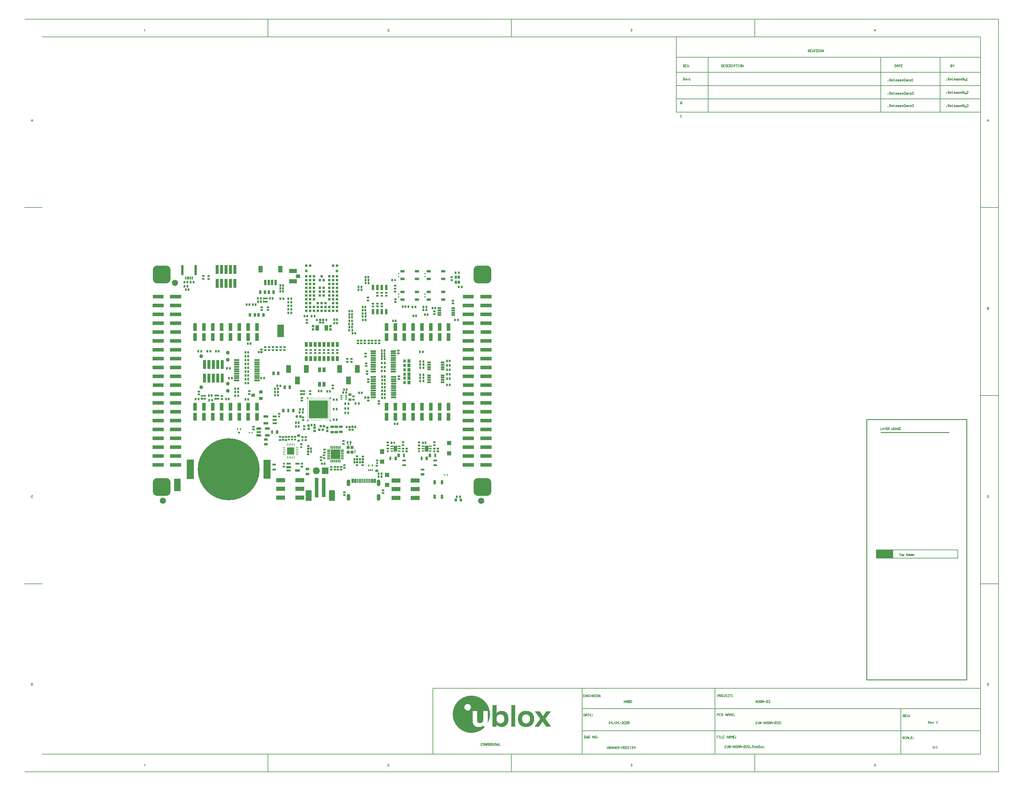
<source format=gts>
G04*
G04 #@! TF.GenerationSoftware,Altium Limited,Altium Designer,24.6.1 (21)*
G04*
G04 Layer_Color=8388736*
%FSLAX44Y44*%
%MOMM*%
G71*
G04*
G04 #@! TF.SameCoordinates,E70CDE82-3EE1-4166-B2EF-4B71CB92BF6A*
G04*
G04*
G04 #@! TF.FilePolarity,Negative*
G04*
G01*
G75*
%ADD10C,0.2000*%
%ADD12C,0.1270*%
%ADD14C,0.2540*%
%ADD18C,0.1524*%
%ADD19C,0.1500*%
%ADD21R,4.8260X2.4130*%
%ADD25R,0.6000X1.0000*%
%ADD28R,0.5000X0.6000*%
G04:AMPARAMS|DCode=30|XSize=0.6mm|YSize=1.15mm|CornerRadius=0.03mm|HoleSize=0mm|Usage=FLASHONLY|Rotation=180.000|XOffset=0mm|YOffset=0mm|HoleType=Round|Shape=RoundedRectangle|*
%AMROUNDEDRECTD30*
21,1,0.6000,1.0900,0,0,180.0*
21,1,0.5400,1.1500,0,0,180.0*
1,1,0.0600,-0.2700,0.5450*
1,1,0.0600,0.2700,0.5450*
1,1,0.0600,0.2700,-0.5450*
1,1,0.0600,-0.2700,-0.5450*
%
%ADD30ROUNDEDRECTD30*%
%ADD35R,2.5000X1.2000*%
%ADD40R,1.3000X0.5500*%
%ADD45R,1.2000X1.2500*%
G04:AMPARAMS|DCode=53|XSize=0.2425mm|YSize=0.7397mm|CornerRadius=0.1212mm|HoleSize=0mm|Usage=FLASHONLY|Rotation=90.000|XOffset=0mm|YOffset=0mm|HoleType=Round|Shape=RoundedRectangle|*
%AMROUNDEDRECTD53*
21,1,0.2425,0.4972,0,0,90.0*
21,1,0.0000,0.7397,0,0,90.0*
1,1,0.2425,0.2486,0.0000*
1,1,0.2425,0.2486,0.0000*
1,1,0.2425,-0.2486,0.0000*
1,1,0.2425,-0.2486,0.0000*
%
%ADD53ROUNDEDRECTD53*%
G04:AMPARAMS|DCode=54|XSize=0.7397mm|YSize=0.2425mm|CornerRadius=0.1212mm|HoleSize=0mm|Usage=FLASHONLY|Rotation=90.000|XOffset=0mm|YOffset=0mm|HoleType=Round|Shape=RoundedRectangle|*
%AMROUNDEDRECTD54*
21,1,0.7397,0.0000,0,0,90.0*
21,1,0.4972,0.2425,0,0,90.0*
1,1,0.2425,0.0000,0.2486*
1,1,0.2425,0.0000,-0.2486*
1,1,0.2425,0.0000,-0.2486*
1,1,0.2425,0.0000,0.2486*
%
%ADD54ROUNDEDRECTD54*%
%ADD55R,0.2425X0.7397*%
%ADD59R,3.1500X1.0000*%
%ADD61R,0.7500X0.9000*%
%ADD63R,0.8000X0.6000*%
%ADD71R,0.5500X0.5200*%
%ADD73R,1.0000X5.5000*%
%ADD77R,2.0000X5.5000*%
%ADD79R,0.5200X0.5500*%
%ADD82R,1.0000X0.6000*%
%ADD84R,0.3600X0.3500*%
%ADD87R,1.1500X0.7500*%
%ADD88R,0.7000X1.1000*%
%ADD89R,1.1000X1.6500*%
%ADD90R,0.8500X0.9500*%
%ADD91R,0.6000X0.7000*%
G04:AMPARAMS|DCode=92|XSize=0.4mm|YSize=1.25mm|CornerRadius=0.065mm|HoleSize=0mm|Usage=FLASHONLY|Rotation=180.000|XOffset=0mm|YOffset=0mm|HoleType=Round|Shape=RoundedRectangle|*
%AMROUNDEDRECTD92*
21,1,0.4000,1.1200,0,0,180.0*
21,1,0.2700,1.2500,0,0,180.0*
1,1,0.1300,-0.1350,0.5600*
1,1,0.1300,0.1350,0.5600*
1,1,0.1300,0.1350,-0.5600*
1,1,0.1300,-0.1350,-0.5600*
%
%ADD92ROUNDEDRECTD92*%
G04:AMPARAMS|DCode=93|XSize=0.7mm|YSize=1.25mm|CornerRadius=0.08mm|HoleSize=0mm|Usage=FLASHONLY|Rotation=180.000|XOffset=0mm|YOffset=0mm|HoleType=Round|Shape=RoundedRectangle|*
%AMROUNDEDRECTD93*
21,1,0.7000,1.0900,0,0,180.0*
21,1,0.5400,1.2500,0,0,180.0*
1,1,0.1600,-0.2700,0.5450*
1,1,0.1600,0.2700,0.5450*
1,1,0.1600,0.2700,-0.5450*
1,1,0.1600,-0.2700,-0.5450*
%
%ADD93ROUNDEDRECTD93*%
%ADD94R,1.1500X1.1000*%
%ADD95R,2.3000X1.1500*%
%ADD96O,1.6000X0.5500*%
%ADD97R,1.6000X0.5500*%
%ADD98R,2.6000X1.3000*%
%ADD99R,0.4600X0.6000*%
%ADD100R,0.5000X0.6000*%
%ADD101R,0.5500X0.4000*%
%ADD102R,0.4000X0.5500*%
%ADD103R,1.4000X0.6500*%
%ADD104R,1.0000X0.9000*%
%ADD105R,1.0500X0.5500*%
%ADD106R,0.6500X1.5000*%
%ADD107R,0.4500X0.4600*%
%ADD108R,1.3000X1.3500*%
%ADD109R,1.3000X1.9000*%
%ADD110R,0.7000X1.6500*%
%ADD111R,1.1200X2.2900*%
%ADD112R,0.7000X0.6000*%
%ADD113R,2.7000X2.7000*%
%ADD114R,0.9500X0.4000*%
%ADD115R,0.4000X0.9500*%
%ADD116R,2.0500X2.0500*%
%ADD117C,0.5000*%
%ADD118C,0.3250*%
%ADD119R,5.5000X5.1000*%
%ADD120R,0.7000X0.7000*%
%ADD121R,3.2500X1.1000*%
%ADD122R,0.7500X0.9500*%
%ADD123R,0.8500X1.0000*%
%ADD124R,0.9000X0.7000*%
%ADD125R,0.9000X0.7000*%
%ADD126R,1.3700X2.3000*%
%ADD127R,0.8600X2.5000*%
%ADD128R,1.9500X3.5500*%
G04:AMPARAMS|DCode=129|XSize=0.59mm|YSize=0.265mm|CornerRadius=0.0888mm|HoleSize=0mm|Usage=FLASHONLY|Rotation=270.000|XOffset=0mm|YOffset=0mm|HoleType=Round|Shape=RoundedRectangle|*
%AMROUNDEDRECTD129*
21,1,0.5900,0.0875,0,0,270.0*
21,1,0.4125,0.2650,0,0,270.0*
1,1,0.1775,-0.0438,-0.2063*
1,1,0.1775,-0.0438,0.2063*
1,1,0.1775,0.0438,0.2063*
1,1,0.1775,0.0438,-0.2063*
%
%ADD129ROUNDEDRECTD129*%
G04:AMPARAMS|DCode=130|XSize=0.69mm|YSize=0.265mm|CornerRadius=0.0888mm|HoleSize=0mm|Usage=FLASHONLY|Rotation=90.000|XOffset=0mm|YOffset=0mm|HoleType=Round|Shape=RoundedRectangle|*
%AMROUNDEDRECTD130*
21,1,0.6900,0.0875,0,0,90.0*
21,1,0.5125,0.2650,0,0,90.0*
1,1,0.1775,0.0438,0.2563*
1,1,0.1775,0.0438,-0.2563*
1,1,0.1775,-0.0438,-0.2563*
1,1,0.1775,-0.0438,0.2563*
%
%ADD130ROUNDEDRECTD130*%
%ADD131R,0.7000X0.3000*%
%ADD132R,0.8400X0.4400*%
%ADD133R,1.1000X1.7000*%
%ADD134R,0.6500X0.6200*%
%ADD135R,0.4000X0.4000*%
%ADD136R,1.7000X3.1000*%
%ADD137R,1.1000X5.6000*%
%ADD138R,0.7000X2.9000*%
%ADD139R,0.4000X0.9000*%
%ADD140C,17.8000*%
%ADD141R,2.1000X5.6000*%
%ADD142R,0.8600X1.3700*%
%ADD143R,0.6200X0.6500*%
%ADD144R,0.7000X0.7000*%
%ADD145R,0.4000X0.4000*%
%ADD146R,0.7500X1.1500*%
%ADD147R,1.1000X0.7000*%
%ADD148R,0.4600X0.4500*%
%ADD149R,0.7000X0.9000*%
%ADD150C,0.1000*%
%ADD151O,1.1000X1.9000*%
%ADD152C,1.1000*%
%ADD153R,1.8796X1.8796*%
%ADD154C,1.9796*%
G04:AMPARAMS|DCode=155|XSize=5.1mm|YSize=5.1mm|CornerRadius=1.3mm|HoleSize=0mm|Usage=FLASHONLY|Rotation=0.000|XOffset=0mm|YOffset=0mm|HoleType=Round|Shape=RoundedRectangle|*
%AMROUNDEDRECTD155*
21,1,5.1000,2.5000,0,0,0.0*
21,1,2.5000,5.1000,0,0,0.0*
1,1,2.6000,1.2500,-1.2500*
1,1,2.6000,-1.2500,-1.2500*
1,1,2.6000,-1.2500,1.2500*
1,1,2.6000,1.2500,1.2500*
%
%ADD155ROUNDEDRECTD155*%
G36*
X80541Y648526D02*
X82020Y647913D01*
X83351Y647023D01*
X84483Y645891D01*
X85373Y644560D01*
X85986Y643081D01*
X86298Y641510D01*
Y640710D01*
Y639909D01*
X85986Y638339D01*
X85373Y636860D01*
X84483Y635529D01*
X83351Y634397D01*
X82020Y633507D01*
X80541Y632894D01*
X78970Y632582D01*
X77369D01*
X75799Y632894D01*
X74320Y633507D01*
X72989Y634397D01*
X71856Y635529D01*
X70967Y636860D01*
X70354Y638339D01*
X70042Y639909D01*
Y640710D01*
Y641510D01*
X70354Y643081D01*
X70967Y644560D01*
X71856Y645891D01*
X72989Y647023D01*
X74320Y647913D01*
X75799Y648526D01*
X77369Y648838D01*
X78970D01*
X80541Y648526D01*
D02*
G37*
G36*
X45773Y23482D02*
X47252Y22869D01*
X48583Y21979D01*
X49715Y20847D01*
X50605Y19516D01*
X51218Y18037D01*
X51530Y16466D01*
Y15666D01*
Y14865D01*
X51218Y13295D01*
X50605Y11816D01*
X49715Y10485D01*
X48583Y9353D01*
X47252Y8463D01*
X45773Y7850D01*
X44202Y7538D01*
X42601D01*
X41031Y7850D01*
X39552Y8463D01*
X38221Y9353D01*
X37088Y10485D01*
X36199Y11816D01*
X35586Y13295D01*
X35274Y14865D01*
Y15666D01*
Y16466D01*
X35586Y18037D01*
X36199Y19516D01*
X37088Y20847D01*
X38221Y21979D01*
X39552Y22869D01*
X41031Y23482D01*
X42601Y23794D01*
X44202D01*
X45773Y23482D01*
D02*
G37*
G36*
X959157Y23228D02*
X960636Y22615D01*
X961967Y21725D01*
X963099Y20593D01*
X963989Y19262D01*
X964602Y17783D01*
X964914Y16213D01*
Y15412D01*
Y14612D01*
X964602Y13041D01*
X963989Y11562D01*
X963099Y10231D01*
X961967Y9099D01*
X960636Y8209D01*
X959157Y7596D01*
X957587Y7284D01*
X955985D01*
X954415Y7596D01*
X952936Y8209D01*
X951605Y9099D01*
X950472Y10231D01*
X949583Y11562D01*
X948970Y13041D01*
X948658Y14612D01*
Y15412D01*
Y16213D01*
X948970Y17783D01*
X949583Y19262D01*
X950472Y20593D01*
X951605Y21725D01*
X952936Y22615D01*
X954415Y23228D01*
X955985Y23540D01*
X957587D01*
X959157Y23228D01*
D02*
G37*
G36*
X1156705Y-588763D02*
X1156252D01*
Y-589216D01*
Y-589670D01*
X1155798D01*
Y-590123D01*
X1155345D01*
Y-590577D01*
X1154891D01*
Y-591030D01*
Y-591484D01*
X1154438D01*
Y-591937D01*
X1153984D01*
Y-592391D01*
Y-592845D01*
X1153531D01*
Y-593298D01*
X1153077D01*
Y-593752D01*
X1152624D01*
Y-594205D01*
Y-594659D01*
X1152170D01*
Y-595112D01*
X1151716D01*
Y-595566D01*
X1151263D01*
Y-596019D01*
Y-596473D01*
X1150809D01*
Y-596926D01*
X1150356D01*
Y-597380D01*
X1149902D01*
Y-597834D01*
Y-598287D01*
X1149449D01*
Y-598741D01*
X1148995D01*
Y-599194D01*
Y-599648D01*
X1148541D01*
Y-600101D01*
X1148088D01*
Y-600555D01*
X1147634D01*
Y-601008D01*
Y-601462D01*
X1147181D01*
Y-601916D01*
X1146727D01*
Y-602369D01*
X1146274D01*
Y-602823D01*
Y-603276D01*
X1145820D01*
Y-603730D01*
X1145367D01*
Y-604183D01*
Y-604637D01*
X1144913D01*
Y-605090D01*
X1144460D01*
Y-605544D01*
X1144006D01*
Y-605998D01*
Y-606451D01*
X1143552D01*
Y-606905D01*
X1143099D01*
Y-607358D01*
X1142645D01*
Y-607812D01*
Y-608265D01*
X1142192D01*
Y-608719D01*
X1141738D01*
Y-609173D01*
X1141285D01*
Y-609626D01*
Y-610080D01*
Y-610533D01*
X1141738D01*
Y-610987D01*
Y-611440D01*
X1142192D01*
Y-611894D01*
X1142645D01*
Y-612347D01*
X1143099D01*
Y-612801D01*
Y-613255D01*
X1143552D01*
Y-613708D01*
X1144006D01*
Y-614162D01*
X1144460D01*
Y-614615D01*
Y-615069D01*
X1144913D01*
Y-615522D01*
X1145367D01*
Y-615976D01*
Y-616429D01*
X1145820D01*
Y-616883D01*
X1146274D01*
Y-617337D01*
X1146727D01*
Y-617790D01*
Y-618244D01*
X1147181D01*
Y-618697D01*
X1147634D01*
Y-619151D01*
X1148088D01*
Y-619604D01*
Y-620058D01*
X1148541D01*
Y-620511D01*
X1148995D01*
Y-620965D01*
X1149449D01*
Y-621418D01*
Y-621872D01*
X1149902D01*
Y-622326D01*
X1150356D01*
Y-622779D01*
X1150809D01*
Y-623233D01*
Y-623686D01*
X1151263D01*
Y-624140D01*
X1151716D01*
Y-624593D01*
X1152170D01*
Y-625047D01*
Y-625501D01*
X1152624D01*
Y-625954D01*
X1153077D01*
Y-626408D01*
X1153531D01*
Y-626861D01*
Y-627315D01*
X1153984D01*
Y-627768D01*
X1154438D01*
Y-628222D01*
Y-628675D01*
X1154891D01*
Y-629129D01*
X1155345D01*
Y-629583D01*
X1155798D01*
Y-630036D01*
Y-630490D01*
X1156252D01*
Y-630943D01*
X1156705D01*
Y-631397D01*
X1157159D01*
Y-631850D01*
X1157613D01*
Y-632304D01*
X1143099D01*
Y-631850D01*
Y-631397D01*
X1142645D01*
Y-630943D01*
X1142192D01*
Y-630490D01*
X1141738D01*
Y-630036D01*
Y-629583D01*
X1141285D01*
Y-629129D01*
X1140831D01*
Y-628675D01*
X1140378D01*
Y-628222D01*
Y-627768D01*
X1139924D01*
Y-627315D01*
X1139470D01*
Y-626861D01*
Y-626408D01*
X1139017D01*
Y-625954D01*
X1138563D01*
Y-625501D01*
X1138110D01*
Y-625047D01*
Y-624593D01*
X1137656D01*
Y-624140D01*
X1137203D01*
Y-623686D01*
X1136749D01*
Y-623233D01*
Y-622779D01*
X1136295D01*
Y-622326D01*
X1135842D01*
Y-621872D01*
Y-621418D01*
X1135388D01*
Y-620965D01*
X1134935D01*
Y-620511D01*
X1134481D01*
Y-620058D01*
Y-619604D01*
X1134028D01*
Y-619151D01*
X1133574D01*
Y-618697D01*
X1133121D01*
Y-618244D01*
X1132667D01*
Y-618697D01*
Y-619151D01*
X1132214D01*
Y-619604D01*
X1131760D01*
Y-620058D01*
X1131306D01*
Y-620511D01*
Y-620965D01*
X1130853D01*
Y-621418D01*
X1130399D01*
Y-621872D01*
Y-622326D01*
X1129946D01*
Y-622779D01*
X1129492D01*
Y-623233D01*
X1129039D01*
Y-623686D01*
Y-624140D01*
X1128585D01*
Y-624593D01*
X1128131D01*
Y-625047D01*
Y-625501D01*
X1127678D01*
Y-625954D01*
X1127224D01*
Y-626408D01*
X1126771D01*
Y-626861D01*
Y-627315D01*
X1126317D01*
Y-627768D01*
X1125864D01*
Y-628222D01*
Y-628675D01*
X1125410D01*
Y-629129D01*
X1124957D01*
Y-629583D01*
X1124503D01*
Y-630036D01*
Y-630490D01*
X1124049D01*
Y-630943D01*
X1123596D01*
Y-631397D01*
Y-631850D01*
X1123142D01*
Y-632304D01*
X1109989D01*
Y-631850D01*
X1110443D01*
Y-631397D01*
X1110896D01*
Y-630943D01*
Y-630490D01*
X1111350D01*
Y-630036D01*
X1111803D01*
Y-629583D01*
X1112257D01*
Y-629129D01*
Y-628675D01*
X1112711D01*
Y-628222D01*
X1113164D01*
Y-627768D01*
Y-627315D01*
X1113618D01*
Y-626861D01*
X1114071D01*
Y-626408D01*
X1114525D01*
Y-625954D01*
X1114978D01*
Y-625501D01*
Y-625047D01*
X1115432D01*
Y-624593D01*
X1115885D01*
Y-624140D01*
Y-623686D01*
X1116339D01*
Y-623233D01*
X1116793D01*
Y-622779D01*
X1117246D01*
Y-622326D01*
Y-621872D01*
X1117700D01*
Y-621418D01*
X1118153D01*
Y-620965D01*
X1118607D01*
Y-620511D01*
Y-620058D01*
X1119060D01*
Y-619604D01*
X1119514D01*
Y-619151D01*
X1119967D01*
Y-618697D01*
Y-618244D01*
X1120421D01*
Y-617790D01*
X1120875D01*
Y-617337D01*
X1121328D01*
Y-616883D01*
Y-616429D01*
X1121782D01*
Y-615976D01*
X1122235D01*
Y-615522D01*
X1122689D01*
Y-615069D01*
Y-614615D01*
X1123142D01*
Y-614162D01*
X1123596D01*
Y-613708D01*
X1124049D01*
Y-613255D01*
Y-612801D01*
X1124503D01*
Y-612347D01*
X1124957D01*
Y-611894D01*
Y-611440D01*
X1125410D01*
Y-610987D01*
X1125864D01*
Y-610533D01*
X1126317D01*
Y-610080D01*
Y-609626D01*
X1125864D01*
Y-609173D01*
X1125410D01*
Y-608719D01*
X1124957D01*
Y-608265D01*
Y-607812D01*
X1124503D01*
Y-607358D01*
X1124049D01*
Y-606905D01*
X1123596D01*
Y-606451D01*
Y-605998D01*
X1123142D01*
Y-605544D01*
X1122689D01*
Y-605090D01*
Y-604637D01*
X1122235D01*
Y-604183D01*
X1121782D01*
Y-603730D01*
X1121328D01*
Y-603276D01*
Y-602823D01*
X1120875D01*
Y-602369D01*
X1120421D01*
Y-601916D01*
X1119967D01*
Y-601462D01*
Y-601008D01*
X1119514D01*
Y-600555D01*
X1119060D01*
Y-600101D01*
Y-599648D01*
X1118607D01*
Y-599194D01*
X1118153D01*
Y-598741D01*
X1117700D01*
Y-598287D01*
Y-597834D01*
X1117246D01*
Y-597380D01*
X1116793D01*
Y-596926D01*
X1116339D01*
Y-596473D01*
Y-596019D01*
X1115885D01*
Y-595566D01*
X1115432D01*
Y-595112D01*
Y-594659D01*
X1114978D01*
Y-594205D01*
X1114525D01*
Y-593752D01*
X1114071D01*
Y-593298D01*
Y-592845D01*
X1113618D01*
Y-592391D01*
X1113164D01*
Y-591937D01*
X1112711D01*
Y-591484D01*
Y-591030D01*
X1112257D01*
Y-590577D01*
X1111803D01*
Y-590123D01*
Y-589670D01*
X1111350D01*
Y-589216D01*
X1110896D01*
Y-588763D01*
X1110443D01*
Y-588309D01*
X1124503D01*
Y-588763D01*
X1124957D01*
Y-589216D01*
X1125410D01*
Y-589670D01*
Y-590123D01*
X1125864D01*
Y-590577D01*
X1126317D01*
Y-591030D01*
X1126771D01*
Y-591484D01*
Y-591937D01*
X1127224D01*
Y-592391D01*
X1127678D01*
Y-592845D01*
Y-593298D01*
X1128131D01*
Y-593752D01*
X1128585D01*
Y-594205D01*
Y-594659D01*
X1129039D01*
Y-595112D01*
X1129492D01*
Y-595566D01*
X1129946D01*
Y-596019D01*
Y-596473D01*
X1130399D01*
Y-596926D01*
X1130853D01*
Y-597380D01*
Y-597834D01*
X1131306D01*
Y-598287D01*
X1131760D01*
Y-598741D01*
X1132214D01*
Y-599194D01*
Y-599648D01*
X1132667D01*
Y-600101D01*
X1133121D01*
Y-600555D01*
Y-601008D01*
X1133574D01*
Y-601462D01*
X1134028D01*
Y-601916D01*
X1134481D01*
Y-601462D01*
X1134935D01*
Y-601008D01*
Y-600555D01*
X1135388D01*
Y-600101D01*
X1135842D01*
Y-599648D01*
X1136295D01*
Y-599194D01*
Y-598741D01*
X1136749D01*
Y-598287D01*
X1137203D01*
Y-597834D01*
Y-597380D01*
X1137656D01*
Y-596926D01*
X1138110D01*
Y-596473D01*
X1138563D01*
Y-596019D01*
Y-595566D01*
X1139017D01*
Y-595112D01*
X1139470D01*
Y-594659D01*
Y-594205D01*
X1139924D01*
Y-593752D01*
X1140378D01*
Y-593298D01*
X1140831D01*
Y-592845D01*
Y-592391D01*
X1141285D01*
Y-591937D01*
X1141738D01*
Y-591484D01*
Y-591030D01*
X1142192D01*
Y-590577D01*
X1142645D01*
Y-590123D01*
X1143099D01*
Y-589670D01*
Y-589216D01*
X1143552D01*
Y-588763D01*
X1144006D01*
Y-588309D01*
X1156705D01*
Y-588763D01*
D02*
G37*
G36*
X930835Y-543861D02*
X935370D01*
Y-544314D01*
X938092D01*
Y-544768D01*
X940359D01*
Y-545221D01*
X942173D01*
Y-545675D01*
X943988D01*
Y-546128D01*
X945348D01*
Y-546582D01*
X946709D01*
Y-547035D01*
X948070D01*
Y-547489D01*
X948977D01*
Y-547943D01*
X950338D01*
Y-548396D01*
X951245D01*
Y-548850D01*
X952152D01*
Y-549303D01*
X953059D01*
Y-549757D01*
X953966D01*
Y-550210D01*
X954873D01*
Y-550664D01*
X955327D01*
Y-551117D01*
X956234D01*
Y-551571D01*
X957141D01*
Y-552024D01*
X957594D01*
Y-552478D01*
X958502D01*
Y-552932D01*
X958955D01*
Y-553385D01*
X959862D01*
Y-553839D01*
X960316D01*
Y-554292D01*
X960769D01*
Y-554746D01*
X961676D01*
Y-555199D01*
X962130D01*
Y-555653D01*
X962583D01*
Y-556106D01*
X963037D01*
Y-556560D01*
X963944D01*
Y-557014D01*
X964398D01*
Y-557467D01*
X964851D01*
Y-557921D01*
X965305D01*
Y-558374D01*
X965758D01*
Y-558828D01*
X966212D01*
Y-559281D01*
X966665D01*
Y-559735D01*
X967119D01*
Y-560188D01*
X967573D01*
Y-560642D01*
X968026D01*
Y-561096D01*
X968480D01*
Y-561549D01*
X968933D01*
Y-562003D01*
Y-562456D01*
X969387D01*
Y-562910D01*
X969840D01*
Y-563363D01*
X970294D01*
Y-563817D01*
X970748D01*
Y-564271D01*
Y-564724D01*
X971201D01*
Y-565178D01*
X971655D01*
Y-565631D01*
X972108D01*
Y-566085D01*
Y-566538D01*
X972562D01*
Y-566992D01*
X973015D01*
Y-567445D01*
Y-567899D01*
X973469D01*
Y-568353D01*
X973922D01*
Y-568806D01*
Y-569260D01*
X974376D01*
Y-569713D01*
X974829D01*
Y-570167D01*
Y-570620D01*
X975283D01*
Y-571074D01*
Y-571527D01*
X975737D01*
Y-571981D01*
Y-572435D01*
X976190D01*
Y-572888D01*
Y-573342D01*
X976644D01*
Y-573795D01*
Y-574249D01*
X977097D01*
Y-574702D01*
Y-575156D01*
X977551D01*
Y-575609D01*
Y-576063D01*
X978004D01*
Y-576516D01*
Y-576970D01*
Y-577424D01*
X978458D01*
Y-577877D01*
Y-578331D01*
X978912D01*
Y-578784D01*
Y-579238D01*
Y-579691D01*
X979365D01*
Y-580145D01*
Y-580598D01*
Y-581052D01*
X979819D01*
Y-581506D01*
Y-581959D01*
Y-582413D01*
Y-582866D01*
X980272D01*
Y-583320D01*
Y-583773D01*
Y-584227D01*
Y-584680D01*
X980726D01*
Y-585134D01*
Y-585588D01*
Y-586041D01*
Y-586495D01*
X981179D01*
Y-586948D01*
Y-587402D01*
Y-587855D01*
Y-588309D01*
Y-588763D01*
Y-589216D01*
Y-589670D01*
X981633D01*
Y-590123D01*
Y-590577D01*
Y-591030D01*
Y-591484D01*
Y-591937D01*
Y-592391D01*
Y-592845D01*
Y-593298D01*
Y-593752D01*
Y-594205D01*
Y-594659D01*
X982086D01*
Y-595112D01*
Y-595566D01*
Y-596019D01*
Y-596473D01*
Y-596926D01*
Y-597380D01*
Y-597834D01*
Y-598287D01*
Y-598741D01*
Y-599194D01*
X981633D01*
Y-599648D01*
Y-600101D01*
Y-600555D01*
Y-601008D01*
Y-601462D01*
Y-601916D01*
Y-602369D01*
Y-602823D01*
Y-603276D01*
Y-603730D01*
Y-604183D01*
X981179D01*
Y-604637D01*
Y-605090D01*
Y-605544D01*
Y-605998D01*
Y-606451D01*
Y-606905D01*
X980726D01*
Y-607358D01*
Y-607812D01*
Y-608265D01*
Y-608719D01*
Y-609173D01*
X980272D01*
Y-609626D01*
Y-610080D01*
Y-610533D01*
Y-610987D01*
X979819D01*
Y-611440D01*
Y-611894D01*
Y-612347D01*
Y-612801D01*
X979365D01*
Y-613255D01*
Y-613708D01*
Y-614162D01*
X978912D01*
Y-614615D01*
Y-615069D01*
X978458D01*
Y-615522D01*
Y-615976D01*
Y-616429D01*
X978004D01*
Y-616883D01*
Y-617337D01*
X977551D01*
Y-617790D01*
Y-618244D01*
Y-618697D01*
X977097D01*
Y-619151D01*
Y-619604D01*
X976644D01*
Y-620058D01*
Y-620511D01*
X976190D01*
Y-620965D01*
Y-621418D01*
X975737D01*
Y-621872D01*
Y-622326D01*
X975283D01*
Y-621872D01*
Y-621418D01*
Y-620965D01*
Y-620511D01*
Y-620058D01*
Y-619604D01*
Y-619151D01*
Y-618697D01*
Y-618244D01*
Y-617790D01*
Y-617337D01*
Y-616883D01*
Y-616429D01*
Y-615976D01*
Y-615522D01*
Y-615069D01*
Y-614615D01*
Y-614162D01*
Y-613708D01*
Y-613255D01*
Y-612801D01*
Y-612347D01*
Y-611894D01*
Y-611440D01*
Y-610987D01*
Y-610533D01*
Y-610080D01*
Y-609626D01*
Y-609173D01*
Y-608719D01*
Y-608265D01*
Y-607812D01*
Y-607358D01*
Y-606905D01*
Y-606451D01*
Y-605998D01*
Y-605544D01*
Y-605090D01*
Y-604637D01*
Y-604183D01*
Y-603730D01*
Y-603276D01*
Y-602823D01*
Y-602369D01*
Y-601916D01*
Y-601462D01*
Y-601008D01*
Y-600555D01*
Y-600101D01*
Y-599648D01*
Y-599194D01*
Y-598741D01*
Y-598287D01*
Y-597834D01*
Y-597380D01*
Y-596926D01*
Y-596473D01*
Y-596019D01*
Y-595566D01*
Y-595112D01*
Y-594659D01*
Y-594205D01*
Y-593752D01*
Y-593298D01*
Y-592845D01*
Y-592391D01*
Y-591937D01*
Y-591484D01*
Y-591030D01*
Y-590577D01*
Y-590123D01*
Y-589670D01*
Y-589216D01*
Y-588763D01*
Y-588309D01*
Y-587855D01*
X962583D01*
Y-588309D01*
Y-588763D01*
Y-589216D01*
Y-589670D01*
Y-590123D01*
Y-590577D01*
Y-591030D01*
Y-591484D01*
Y-591937D01*
Y-592391D01*
Y-592845D01*
Y-593298D01*
Y-593752D01*
Y-594205D01*
Y-594659D01*
Y-595112D01*
Y-595566D01*
Y-596019D01*
Y-596473D01*
Y-596926D01*
Y-597380D01*
Y-597834D01*
Y-598287D01*
Y-598741D01*
Y-599194D01*
Y-599648D01*
Y-600101D01*
Y-600555D01*
Y-601008D01*
Y-601462D01*
Y-601916D01*
Y-602369D01*
Y-602823D01*
Y-603276D01*
Y-603730D01*
Y-604183D01*
Y-604637D01*
Y-605090D01*
Y-605544D01*
Y-605998D01*
Y-606451D01*
Y-606905D01*
Y-607358D01*
Y-607812D01*
Y-608265D01*
Y-608719D01*
Y-609173D01*
Y-609626D01*
Y-610080D01*
Y-610533D01*
Y-610987D01*
Y-611440D01*
Y-611894D01*
Y-612347D01*
Y-612801D01*
Y-613255D01*
Y-613708D01*
Y-614162D01*
Y-614615D01*
Y-615069D01*
Y-615522D01*
X962130D01*
Y-615976D01*
Y-616429D01*
Y-616883D01*
Y-617337D01*
X961676D01*
Y-617790D01*
Y-618244D01*
X961223D01*
Y-618697D01*
Y-619151D01*
X960769D01*
Y-619604D01*
X960316D01*
Y-620058D01*
X959862D01*
Y-620511D01*
X959409D01*
Y-620965D01*
X958955D01*
Y-621418D01*
X958048D01*
Y-621872D01*
X956687D01*
Y-622326D01*
X950338D01*
Y-621872D01*
X948977D01*
Y-621418D01*
X948070D01*
Y-620965D01*
X947616D01*
Y-620511D01*
X947163D01*
Y-620058D01*
X946709D01*
Y-619604D01*
Y-619151D01*
X946255D01*
Y-618697D01*
Y-618244D01*
X945802D01*
Y-617790D01*
Y-617337D01*
Y-616883D01*
Y-616429D01*
X945348D01*
Y-615976D01*
Y-615522D01*
Y-615069D01*
Y-614615D01*
Y-614162D01*
Y-613708D01*
Y-613255D01*
Y-612801D01*
Y-612347D01*
Y-611894D01*
Y-611440D01*
Y-610987D01*
Y-610533D01*
Y-610080D01*
Y-609626D01*
Y-609173D01*
Y-608719D01*
Y-608265D01*
Y-607812D01*
Y-607358D01*
Y-606905D01*
Y-606451D01*
Y-605998D01*
Y-605544D01*
Y-605090D01*
Y-604637D01*
Y-604183D01*
Y-603730D01*
Y-603276D01*
Y-602823D01*
Y-602369D01*
Y-601916D01*
Y-601462D01*
Y-601008D01*
Y-600555D01*
Y-600101D01*
Y-599648D01*
Y-599194D01*
Y-598741D01*
Y-598287D01*
Y-597834D01*
Y-597380D01*
Y-596926D01*
Y-596473D01*
Y-596019D01*
Y-595566D01*
Y-595112D01*
Y-594659D01*
Y-594205D01*
Y-593752D01*
Y-593298D01*
Y-592845D01*
Y-592391D01*
Y-591937D01*
Y-591484D01*
Y-591030D01*
Y-590577D01*
Y-590123D01*
Y-589670D01*
Y-589216D01*
Y-588763D01*
Y-588309D01*
Y-587855D01*
X932649D01*
Y-588309D01*
Y-588763D01*
Y-589216D01*
Y-589670D01*
Y-590123D01*
Y-590577D01*
Y-591030D01*
Y-591484D01*
Y-591937D01*
Y-592391D01*
Y-592845D01*
Y-593298D01*
Y-593752D01*
Y-594205D01*
Y-594659D01*
Y-595112D01*
Y-595566D01*
Y-596019D01*
Y-596473D01*
Y-596926D01*
Y-597380D01*
Y-597834D01*
Y-598287D01*
Y-598741D01*
Y-599194D01*
Y-599648D01*
Y-600101D01*
Y-600555D01*
Y-601008D01*
Y-601462D01*
Y-601916D01*
Y-602369D01*
Y-602823D01*
Y-603276D01*
Y-603730D01*
Y-604183D01*
Y-604637D01*
Y-605090D01*
Y-605544D01*
Y-605998D01*
Y-606451D01*
Y-606905D01*
Y-607358D01*
Y-607812D01*
Y-608265D01*
Y-608719D01*
Y-609173D01*
Y-609626D01*
Y-610080D01*
Y-610533D01*
Y-610987D01*
Y-611440D01*
Y-611894D01*
Y-612347D01*
Y-612801D01*
Y-613255D01*
Y-613708D01*
Y-614162D01*
Y-614615D01*
Y-615069D01*
Y-615522D01*
Y-615976D01*
Y-616429D01*
Y-616883D01*
Y-617337D01*
Y-617790D01*
Y-618244D01*
Y-618697D01*
Y-619151D01*
Y-619604D01*
Y-620058D01*
Y-620511D01*
Y-620965D01*
X933102D01*
Y-621418D01*
Y-621872D01*
Y-622326D01*
Y-622779D01*
X933556D01*
Y-623233D01*
Y-623686D01*
Y-624140D01*
X934009D01*
Y-624593D01*
Y-625047D01*
Y-625501D01*
X934463D01*
Y-625954D01*
Y-626408D01*
X934917D01*
Y-626861D01*
X935370D01*
Y-627315D01*
Y-627768D01*
X935824D01*
Y-628222D01*
X936277D01*
Y-628675D01*
X936731D01*
Y-629129D01*
X937184D01*
Y-629583D01*
X937638D01*
Y-630036D01*
X938092D01*
Y-630490D01*
X938999D01*
Y-630943D01*
X939452D01*
Y-631397D01*
X940359D01*
Y-631850D01*
X941266D01*
Y-632304D01*
X942173D01*
Y-632757D01*
X943534D01*
Y-633211D01*
X945348D01*
Y-633665D01*
X954419D01*
Y-633211D01*
X956234D01*
Y-632757D01*
X957141D01*
Y-632304D01*
X958502D01*
Y-631850D01*
X958955D01*
Y-631397D01*
X959862D01*
Y-630943D01*
X960316D01*
Y-630490D01*
X960769D01*
Y-630036D01*
X961676D01*
Y-629583D01*
X962130D01*
Y-629129D01*
X962583D01*
Y-628675D01*
Y-628222D01*
X963037D01*
Y-628675D01*
Y-629129D01*
Y-629583D01*
Y-630036D01*
Y-630490D01*
Y-630943D01*
Y-631397D01*
Y-631850D01*
Y-632304D01*
Y-632757D01*
X968026D01*
Y-633211D01*
X967573D01*
Y-633665D01*
X967119D01*
Y-634118D01*
X966665D01*
Y-634572D01*
X966212D01*
Y-635025D01*
X965758D01*
Y-635479D01*
X965305D01*
Y-635932D01*
X964851D01*
Y-636386D01*
X964398D01*
Y-636839D01*
X963491D01*
Y-637293D01*
X963037D01*
Y-637747D01*
X962583D01*
Y-638200D01*
X962130D01*
Y-638654D01*
X961223D01*
Y-639107D01*
X960769D01*
Y-639561D01*
X960316D01*
Y-640014D01*
X959409D01*
Y-640468D01*
X958955D01*
Y-640921D01*
X958048D01*
Y-641375D01*
X957594D01*
Y-641829D01*
X956687D01*
Y-642282D01*
X956234D01*
Y-642736D01*
X955327D01*
Y-643189D01*
X954419D01*
Y-643643D01*
X953512D01*
Y-644096D01*
X953059D01*
Y-644550D01*
X952152D01*
Y-645004D01*
X950791D01*
Y-645457D01*
X949884D01*
Y-645911D01*
X948977D01*
Y-646364D01*
X947616D01*
Y-646818D01*
X946709D01*
Y-647271D01*
X945348D01*
Y-647725D01*
X943534D01*
Y-648178D01*
X942173D01*
Y-648632D01*
X940359D01*
Y-649085D01*
X937638D01*
Y-649539D01*
X934463D01*
Y-649993D01*
X922671D01*
Y-649539D01*
X919496D01*
Y-649085D01*
X917228D01*
Y-648632D01*
X915414D01*
Y-648178D01*
X913599D01*
Y-647725D01*
X912239D01*
Y-647271D01*
X910878D01*
Y-646818D01*
X909518D01*
Y-646364D01*
X908610D01*
Y-645911D01*
X907250D01*
Y-645457D01*
X906343D01*
Y-645004D01*
X905435D01*
Y-644550D01*
X904528D01*
Y-644096D01*
X903621D01*
Y-643643D01*
X902714D01*
Y-643189D01*
X901807D01*
Y-642736D01*
X901354D01*
Y-642282D01*
X900446D01*
Y-641829D01*
X899539D01*
Y-641375D01*
X899086D01*
Y-640921D01*
X898179D01*
Y-640468D01*
X897725D01*
Y-640014D01*
X897271D01*
Y-639561D01*
X896364D01*
Y-639107D01*
X895911D01*
Y-638654D01*
X895457D01*
Y-638200D01*
X894550D01*
Y-637747D01*
X894097D01*
Y-637293D01*
X893643D01*
Y-636839D01*
X893189D01*
Y-636386D01*
X892736D01*
Y-635932D01*
X892282D01*
Y-635479D01*
X891829D01*
Y-635025D01*
X891375D01*
Y-634572D01*
X890922D01*
Y-634118D01*
X890468D01*
Y-633665D01*
X890015D01*
Y-633211D01*
X889561D01*
Y-632757D01*
X889108D01*
Y-632304D01*
X888654D01*
Y-631850D01*
X888200D01*
Y-631397D01*
X887747D01*
Y-630943D01*
X887293D01*
Y-630490D01*
Y-630036D01*
X886840D01*
Y-629583D01*
X886386D01*
Y-629129D01*
X885933D01*
Y-628675D01*
X885479D01*
Y-628222D01*
Y-627768D01*
X885025D01*
Y-627315D01*
X884572D01*
Y-626861D01*
Y-626408D01*
X884118D01*
Y-625954D01*
X883665D01*
Y-625501D01*
Y-625047D01*
X883211D01*
Y-624593D01*
X882758D01*
Y-624140D01*
Y-623686D01*
X882304D01*
Y-623233D01*
Y-622779D01*
X881851D01*
Y-622326D01*
Y-621872D01*
X881397D01*
Y-621418D01*
Y-620965D01*
X880944D01*
Y-620511D01*
Y-620058D01*
X880490D01*
Y-619604D01*
Y-619151D01*
X880036D01*
Y-618697D01*
Y-618244D01*
X879583D01*
Y-617790D01*
Y-617337D01*
X879129D01*
Y-616883D01*
Y-616429D01*
Y-615976D01*
X878676D01*
Y-615522D01*
Y-615069D01*
Y-614615D01*
X878222D01*
Y-614162D01*
Y-613708D01*
X877769D01*
Y-613255D01*
Y-612801D01*
Y-612347D01*
Y-611894D01*
X877315D01*
Y-611440D01*
Y-610987D01*
Y-610533D01*
X876861D01*
Y-610080D01*
Y-609626D01*
Y-609173D01*
Y-608719D01*
X876408D01*
Y-608265D01*
Y-607812D01*
Y-607358D01*
Y-606905D01*
Y-606451D01*
X875954D01*
Y-605998D01*
Y-605544D01*
Y-605090D01*
Y-604637D01*
Y-604183D01*
Y-603730D01*
Y-603276D01*
X875501D01*
Y-602823D01*
Y-602369D01*
Y-601916D01*
Y-601462D01*
Y-601008D01*
Y-600555D01*
Y-600101D01*
Y-599648D01*
Y-599194D01*
Y-598741D01*
X875047D01*
Y-598287D01*
Y-597834D01*
Y-597380D01*
Y-596926D01*
Y-596473D01*
Y-596019D01*
Y-595566D01*
Y-595112D01*
Y-594659D01*
X875501D01*
Y-594205D01*
Y-593752D01*
Y-593298D01*
Y-592845D01*
Y-592391D01*
Y-591937D01*
Y-591484D01*
Y-591030D01*
Y-590577D01*
X875954D01*
Y-590123D01*
Y-589670D01*
Y-589216D01*
Y-588763D01*
Y-588309D01*
Y-587855D01*
Y-587402D01*
X876408D01*
Y-586948D01*
Y-586495D01*
Y-586041D01*
Y-585588D01*
Y-585134D01*
X876861D01*
Y-584680D01*
Y-584227D01*
Y-583773D01*
Y-583320D01*
X877315D01*
Y-582866D01*
Y-582413D01*
Y-581959D01*
Y-581506D01*
X877769D01*
Y-581052D01*
Y-580598D01*
Y-580145D01*
X878222D01*
Y-579691D01*
Y-579238D01*
Y-578784D01*
X878676D01*
Y-578331D01*
Y-577877D01*
X879129D01*
Y-577424D01*
Y-576970D01*
Y-576516D01*
X879583D01*
Y-576063D01*
Y-575609D01*
X880036D01*
Y-575156D01*
Y-574702D01*
Y-574249D01*
X880490D01*
Y-573795D01*
Y-573342D01*
X880944D01*
Y-572888D01*
Y-572435D01*
X881397D01*
Y-571981D01*
Y-571527D01*
X881851D01*
Y-571074D01*
X882304D01*
Y-570620D01*
Y-570167D01*
X882758D01*
Y-569713D01*
Y-569260D01*
X883211D01*
Y-568806D01*
X883665D01*
Y-568353D01*
Y-567899D01*
X884118D01*
Y-567445D01*
X884572D01*
Y-566992D01*
Y-566538D01*
X885025D01*
Y-566085D01*
X885479D01*
Y-565631D01*
Y-565178D01*
X885933D01*
Y-564724D01*
X886386D01*
Y-564271D01*
X886840D01*
Y-563817D01*
Y-563363D01*
X887293D01*
Y-562910D01*
X887747D01*
Y-562456D01*
X888200D01*
Y-562003D01*
X888654D01*
Y-561549D01*
X889108D01*
Y-561096D01*
X889561D01*
Y-560642D01*
X890015D01*
Y-560188D01*
Y-559735D01*
X890468D01*
Y-559281D01*
X890922D01*
Y-558828D01*
X891375D01*
Y-558374D01*
X892282D01*
Y-557921D01*
X892736D01*
Y-557467D01*
X893189D01*
Y-557014D01*
X893643D01*
Y-556560D01*
X894097D01*
Y-556106D01*
X894550D01*
Y-555653D01*
X895004D01*
Y-555199D01*
X895911D01*
Y-554746D01*
X896364D01*
Y-554292D01*
X896818D01*
Y-553839D01*
X897725D01*
Y-553385D01*
X898179D01*
Y-552932D01*
X899086D01*
Y-552478D01*
X899539D01*
Y-552024D01*
X900446D01*
Y-551571D01*
X900900D01*
Y-551117D01*
X901807D01*
Y-550664D01*
X902714D01*
Y-550210D01*
X903168D01*
Y-549757D01*
X904528D01*
Y-549303D01*
X905435D01*
Y-548850D01*
X906343D01*
Y-548396D01*
X907250D01*
Y-547943D01*
X908157D01*
Y-547489D01*
X909518D01*
Y-547035D01*
X910425D01*
Y-546582D01*
X911785D01*
Y-546128D01*
X913146D01*
Y-545675D01*
X914960D01*
Y-545221D01*
X916774D01*
Y-544768D01*
X919042D01*
Y-544314D01*
X922217D01*
Y-543861D01*
X926753D01*
Y-543407D01*
X930835D01*
Y-543861D01*
D02*
G37*
G36*
X1054655Y-571074D02*
Y-571527D01*
Y-571981D01*
Y-572435D01*
Y-572888D01*
Y-573342D01*
Y-573795D01*
Y-574249D01*
Y-574702D01*
Y-575156D01*
Y-575609D01*
Y-576063D01*
Y-576516D01*
Y-576970D01*
Y-577424D01*
Y-577877D01*
Y-578331D01*
Y-578784D01*
Y-579238D01*
Y-579691D01*
Y-580145D01*
Y-580598D01*
Y-581052D01*
Y-581506D01*
Y-581959D01*
Y-582413D01*
Y-582866D01*
Y-583320D01*
Y-583773D01*
Y-584227D01*
Y-584680D01*
Y-585134D01*
Y-585588D01*
Y-586041D01*
Y-586495D01*
Y-586948D01*
Y-587402D01*
Y-587855D01*
Y-588309D01*
Y-588763D01*
Y-589216D01*
Y-589670D01*
Y-590123D01*
Y-590577D01*
Y-591030D01*
Y-591484D01*
Y-591937D01*
Y-592391D01*
Y-592845D01*
Y-593298D01*
Y-593752D01*
Y-594205D01*
Y-594659D01*
Y-595112D01*
Y-595566D01*
Y-596019D01*
Y-596473D01*
Y-596926D01*
Y-597380D01*
Y-597834D01*
Y-598287D01*
Y-598741D01*
Y-599194D01*
Y-599648D01*
Y-600101D01*
Y-600555D01*
Y-601008D01*
Y-601462D01*
Y-601916D01*
Y-602369D01*
Y-602823D01*
Y-603276D01*
Y-603730D01*
Y-604183D01*
Y-604637D01*
Y-605090D01*
Y-605544D01*
Y-605998D01*
Y-606451D01*
Y-606905D01*
Y-607358D01*
Y-607812D01*
Y-608265D01*
Y-608719D01*
Y-609173D01*
Y-609626D01*
Y-610080D01*
Y-610533D01*
Y-610987D01*
Y-611440D01*
Y-611894D01*
Y-612347D01*
Y-612801D01*
Y-613255D01*
Y-613708D01*
Y-614162D01*
Y-614615D01*
Y-615069D01*
Y-615522D01*
Y-615976D01*
Y-616429D01*
Y-616883D01*
Y-617337D01*
Y-617790D01*
Y-618244D01*
Y-618697D01*
Y-619151D01*
Y-619604D01*
Y-620058D01*
Y-620511D01*
Y-620965D01*
Y-621418D01*
Y-621872D01*
Y-622326D01*
Y-622779D01*
Y-623233D01*
Y-623686D01*
Y-624140D01*
Y-624593D01*
Y-625047D01*
Y-625501D01*
Y-625954D01*
Y-626408D01*
Y-626861D01*
Y-627315D01*
Y-627768D01*
Y-628222D01*
Y-628675D01*
Y-629129D01*
Y-629583D01*
Y-630036D01*
Y-630490D01*
Y-630943D01*
Y-631397D01*
Y-631850D01*
Y-632304D01*
X1043316D01*
Y-631850D01*
Y-631397D01*
Y-630943D01*
Y-630490D01*
Y-630036D01*
Y-629583D01*
Y-629129D01*
Y-628675D01*
Y-628222D01*
Y-627768D01*
Y-627315D01*
Y-626861D01*
Y-626408D01*
Y-625954D01*
Y-625501D01*
Y-625047D01*
Y-624593D01*
Y-624140D01*
Y-623686D01*
Y-623233D01*
Y-622779D01*
Y-622326D01*
Y-621872D01*
Y-621418D01*
Y-620965D01*
Y-620511D01*
Y-620058D01*
Y-619604D01*
Y-619151D01*
Y-618697D01*
Y-618244D01*
Y-617790D01*
Y-617337D01*
Y-616883D01*
Y-616429D01*
Y-615976D01*
Y-615522D01*
Y-615069D01*
Y-614615D01*
Y-614162D01*
Y-613708D01*
Y-613255D01*
Y-612801D01*
Y-612347D01*
Y-611894D01*
Y-611440D01*
Y-610987D01*
Y-610533D01*
Y-610080D01*
Y-609626D01*
Y-609173D01*
Y-608719D01*
Y-608265D01*
Y-607812D01*
Y-607358D01*
Y-606905D01*
Y-606451D01*
Y-605998D01*
Y-605544D01*
Y-605090D01*
Y-604637D01*
Y-604183D01*
Y-603730D01*
Y-603276D01*
Y-602823D01*
Y-602369D01*
Y-601916D01*
Y-601462D01*
Y-601008D01*
Y-600555D01*
Y-600101D01*
Y-599648D01*
Y-599194D01*
Y-598741D01*
Y-598287D01*
Y-597834D01*
Y-597380D01*
Y-596926D01*
Y-596473D01*
Y-596019D01*
Y-595566D01*
Y-595112D01*
Y-594659D01*
Y-594205D01*
Y-593752D01*
Y-593298D01*
Y-592845D01*
Y-592391D01*
Y-591937D01*
Y-591484D01*
Y-591030D01*
Y-590577D01*
Y-590123D01*
Y-589670D01*
Y-589216D01*
Y-588763D01*
Y-588309D01*
Y-587855D01*
Y-587402D01*
Y-586948D01*
Y-586495D01*
Y-586041D01*
Y-585588D01*
Y-585134D01*
Y-584680D01*
Y-584227D01*
Y-583773D01*
Y-583320D01*
Y-582866D01*
Y-582413D01*
Y-581959D01*
Y-581506D01*
Y-581052D01*
Y-580598D01*
Y-580145D01*
Y-579691D01*
Y-579238D01*
Y-578784D01*
Y-578331D01*
Y-577877D01*
Y-577424D01*
Y-576970D01*
Y-576516D01*
Y-576063D01*
Y-575609D01*
Y-575156D01*
Y-574702D01*
Y-574249D01*
Y-573795D01*
Y-573342D01*
Y-572888D01*
Y-572435D01*
Y-571981D01*
Y-571527D01*
Y-571074D01*
Y-570620D01*
X1054655D01*
Y-571074D01*
D02*
G37*
G36*
X1090940Y-587855D02*
X1093208D01*
Y-588309D01*
X1094568D01*
Y-588763D01*
X1095929D01*
Y-589216D01*
X1096836D01*
Y-589670D01*
X1097743D01*
Y-590123D01*
X1098650D01*
Y-590577D01*
X1099557D01*
Y-591030D01*
X1100011D01*
Y-591484D01*
X1100918D01*
Y-591937D01*
X1101372D01*
Y-592391D01*
X1101825D01*
Y-592845D01*
X1102279D01*
Y-593298D01*
X1102732D01*
Y-593752D01*
X1103186D01*
Y-594205D01*
X1103639D01*
Y-594659D01*
X1104093D01*
Y-595112D01*
X1104547D01*
Y-595566D01*
Y-596019D01*
X1105000D01*
Y-596473D01*
X1105454D01*
Y-596926D01*
Y-597380D01*
X1105907D01*
Y-597834D01*
Y-598287D01*
X1106361D01*
Y-598741D01*
Y-599194D01*
X1106814D01*
Y-599648D01*
Y-600101D01*
X1107268D01*
Y-600555D01*
Y-601008D01*
Y-601462D01*
X1107721D01*
Y-601916D01*
Y-602369D01*
Y-602823D01*
Y-603276D01*
Y-603730D01*
X1108175D01*
Y-604183D01*
Y-604637D01*
Y-605090D01*
Y-605544D01*
Y-605998D01*
Y-606451D01*
Y-606905D01*
X1108628D01*
Y-607358D01*
Y-607812D01*
Y-608265D01*
Y-608719D01*
Y-609173D01*
Y-609626D01*
Y-610080D01*
Y-610533D01*
Y-610987D01*
Y-611440D01*
Y-611894D01*
Y-612347D01*
Y-612801D01*
Y-613255D01*
Y-613708D01*
X1108175D01*
Y-614162D01*
Y-614615D01*
Y-615069D01*
Y-615522D01*
Y-615976D01*
Y-616429D01*
Y-616883D01*
X1107721D01*
Y-617337D01*
Y-617790D01*
Y-618244D01*
Y-618697D01*
X1107268D01*
Y-619151D01*
Y-619604D01*
Y-620058D01*
X1106814D01*
Y-620511D01*
Y-620965D01*
Y-621418D01*
X1106361D01*
Y-621872D01*
Y-622326D01*
X1105907D01*
Y-622779D01*
Y-623233D01*
X1105454D01*
Y-623686D01*
Y-624140D01*
X1105000D01*
Y-624593D01*
X1104547D01*
Y-625047D01*
X1104093D01*
Y-625501D01*
Y-625954D01*
X1103639D01*
Y-626408D01*
X1103186D01*
Y-626861D01*
X1102732D01*
Y-627315D01*
X1102279D01*
Y-627768D01*
X1101825D01*
Y-628222D01*
X1101372D01*
Y-628675D01*
X1100465D01*
Y-629129D01*
X1100011D01*
Y-629583D01*
X1099104D01*
Y-630036D01*
X1098650D01*
Y-630490D01*
X1097743D01*
Y-630943D01*
X1096836D01*
Y-631397D01*
X1095475D01*
Y-631850D01*
X1094115D01*
Y-632304D01*
X1092754D01*
Y-632757D01*
X1090486D01*
Y-633211D01*
X1080962D01*
Y-632757D01*
X1078240D01*
Y-632304D01*
X1076426D01*
Y-631850D01*
X1075519D01*
Y-631397D01*
X1074158D01*
Y-630943D01*
X1073251D01*
Y-630490D01*
X1072344D01*
Y-630036D01*
X1071890D01*
Y-629583D01*
X1070983D01*
Y-629129D01*
X1070530D01*
Y-628675D01*
X1069623D01*
Y-628222D01*
X1069169D01*
Y-627768D01*
X1068716D01*
Y-627315D01*
X1068262D01*
Y-626861D01*
X1067809D01*
Y-626408D01*
X1067355D01*
Y-625954D01*
X1066901D01*
Y-625501D01*
Y-625047D01*
X1066448D01*
Y-624593D01*
X1065994D01*
Y-624140D01*
X1065541D01*
Y-623686D01*
Y-623233D01*
X1065087D01*
Y-622779D01*
Y-622326D01*
X1064634D01*
Y-621872D01*
Y-621418D01*
X1064180D01*
Y-620965D01*
Y-620511D01*
Y-620058D01*
X1063727D01*
Y-619604D01*
Y-619151D01*
Y-618697D01*
X1063273D01*
Y-618244D01*
Y-617790D01*
Y-617337D01*
Y-616883D01*
X1062819D01*
Y-616429D01*
Y-615976D01*
Y-615522D01*
Y-615069D01*
Y-614615D01*
Y-614162D01*
Y-613708D01*
Y-613255D01*
X1062366D01*
Y-612801D01*
Y-612347D01*
Y-611894D01*
Y-611440D01*
Y-610987D01*
Y-610533D01*
Y-610080D01*
Y-609626D01*
Y-609173D01*
Y-608719D01*
Y-608265D01*
Y-607812D01*
Y-607358D01*
X1062819D01*
Y-606905D01*
Y-606451D01*
Y-605998D01*
Y-605544D01*
Y-605090D01*
Y-604637D01*
Y-604183D01*
Y-603730D01*
X1063273D01*
Y-603276D01*
Y-602823D01*
Y-602369D01*
Y-601916D01*
X1063727D01*
Y-601462D01*
Y-601008D01*
Y-600555D01*
X1064180D01*
Y-600101D01*
Y-599648D01*
Y-599194D01*
X1064634D01*
Y-598741D01*
Y-598287D01*
X1065087D01*
Y-597834D01*
Y-597380D01*
X1065541D01*
Y-596926D01*
Y-596473D01*
X1065994D01*
Y-596019D01*
X1066448D01*
Y-595566D01*
Y-595112D01*
X1066901D01*
Y-594659D01*
X1067355D01*
Y-594205D01*
X1067809D01*
Y-593752D01*
X1068262D01*
Y-593298D01*
X1068716D01*
Y-592845D01*
X1069169D01*
Y-592391D01*
X1069623D01*
Y-591937D01*
X1070076D01*
Y-591484D01*
X1070983D01*
Y-591030D01*
X1071437D01*
Y-590577D01*
X1072344D01*
Y-590123D01*
X1073251D01*
Y-589670D01*
X1074158D01*
Y-589216D01*
X1075065D01*
Y-588763D01*
X1076426D01*
Y-588309D01*
X1077787D01*
Y-587855D01*
X1080054D01*
Y-587402D01*
X1090940D01*
Y-587855D01*
D02*
G37*
G36*
X1001136Y-571074D02*
Y-571527D01*
Y-571981D01*
Y-572435D01*
Y-572888D01*
Y-573342D01*
Y-573795D01*
Y-574249D01*
Y-574702D01*
Y-575156D01*
Y-575609D01*
Y-576063D01*
Y-576516D01*
Y-576970D01*
Y-577424D01*
Y-577877D01*
Y-578331D01*
Y-578784D01*
Y-579238D01*
Y-579691D01*
Y-580145D01*
Y-580598D01*
Y-581052D01*
Y-581506D01*
Y-581959D01*
Y-582413D01*
Y-582866D01*
Y-583320D01*
Y-583773D01*
Y-584227D01*
Y-584680D01*
Y-585134D01*
Y-585588D01*
Y-586041D01*
Y-586495D01*
Y-586948D01*
Y-587402D01*
Y-587855D01*
Y-588309D01*
Y-588763D01*
Y-589216D01*
Y-589670D01*
Y-590123D01*
Y-590577D01*
Y-591030D01*
Y-591484D01*
Y-591937D01*
Y-592391D01*
Y-592845D01*
Y-593298D01*
X1002043D01*
Y-592845D01*
X1002496D01*
Y-592391D01*
X1002950D01*
Y-591937D01*
X1003404D01*
Y-591484D01*
X1003857D01*
Y-591030D01*
X1004311D01*
Y-590577D01*
X1004764D01*
Y-590123D01*
X1005671D01*
Y-589670D01*
X1006125D01*
Y-589216D01*
X1007032D01*
Y-588763D01*
X1007939D01*
Y-588309D01*
X1009300D01*
Y-587855D01*
X1011114D01*
Y-587402D01*
X1019732D01*
Y-587855D01*
X1021546D01*
Y-588309D01*
X1022906D01*
Y-588763D01*
X1024267D01*
Y-589216D01*
X1025174D01*
Y-589670D01*
X1025628D01*
Y-590123D01*
X1026535D01*
Y-590577D01*
X1026989D01*
Y-591030D01*
X1027896D01*
Y-591484D01*
X1028349D01*
Y-591937D01*
X1028803D01*
Y-592391D01*
X1029256D01*
Y-592845D01*
X1029710D01*
Y-593298D01*
X1030163D01*
Y-593752D01*
Y-594205D01*
X1030617D01*
Y-594659D01*
X1031070D01*
Y-595112D01*
X1031524D01*
Y-595566D01*
Y-596019D01*
X1031978D01*
Y-596473D01*
Y-596926D01*
X1032431D01*
Y-597380D01*
Y-597834D01*
X1032885D01*
Y-598287D01*
Y-598741D01*
X1033338D01*
Y-599194D01*
Y-599648D01*
Y-600101D01*
X1033792D01*
Y-600555D01*
Y-601008D01*
Y-601462D01*
Y-601916D01*
X1034245D01*
Y-602369D01*
Y-602823D01*
Y-603276D01*
Y-603730D01*
Y-604183D01*
X1034699D01*
Y-604637D01*
Y-605090D01*
Y-605544D01*
Y-605998D01*
Y-606451D01*
Y-606905D01*
Y-607358D01*
Y-607812D01*
Y-608265D01*
X1035153D01*
Y-608719D01*
X1034699D01*
Y-609173D01*
Y-609626D01*
Y-610080D01*
Y-610533D01*
Y-610987D01*
Y-611440D01*
Y-611894D01*
Y-612347D01*
Y-612801D01*
Y-613255D01*
Y-613708D01*
Y-614162D01*
Y-614615D01*
Y-615069D01*
Y-615522D01*
Y-615976D01*
Y-616429D01*
X1034245D01*
Y-616883D01*
Y-617337D01*
Y-617790D01*
Y-618244D01*
Y-618697D01*
X1033792D01*
Y-619151D01*
Y-619604D01*
Y-620058D01*
X1033338D01*
Y-620511D01*
Y-620965D01*
Y-621418D01*
X1032885D01*
Y-621872D01*
Y-622326D01*
Y-622779D01*
X1032431D01*
Y-623233D01*
Y-623686D01*
X1031978D01*
Y-624140D01*
Y-624593D01*
X1031524D01*
Y-625047D01*
X1031070D01*
Y-625501D01*
Y-625954D01*
X1030617D01*
Y-626408D01*
X1030163D01*
Y-626861D01*
X1029710D01*
Y-627315D01*
X1029256D01*
Y-627768D01*
Y-628222D01*
X1028349D01*
Y-628675D01*
X1027896D01*
Y-629129D01*
X1027442D01*
Y-629583D01*
X1026989D01*
Y-630036D01*
X1026081D01*
Y-630490D01*
X1025628D01*
Y-630943D01*
X1024721D01*
Y-631397D01*
X1023814D01*
Y-631850D01*
X1022906D01*
Y-632304D01*
X1021546D01*
Y-632757D01*
X1019278D01*
Y-633211D01*
X1011568D01*
Y-632757D01*
X1009300D01*
Y-632304D01*
X1008393D01*
Y-631850D01*
X1007032D01*
Y-631397D01*
X1006579D01*
Y-630943D01*
X1005671D01*
Y-630490D01*
X1005218D01*
Y-630036D01*
X1004311D01*
Y-629583D01*
X1003857D01*
Y-629129D01*
X1003404D01*
Y-628675D01*
X1002950D01*
Y-628222D01*
X1002496D01*
Y-627768D01*
X1002043D01*
Y-627315D01*
X1001589D01*
Y-626861D01*
Y-626408D01*
X1000682D01*
Y-626861D01*
Y-627315D01*
Y-627768D01*
Y-628222D01*
Y-628675D01*
Y-629129D01*
Y-629583D01*
Y-630036D01*
Y-630490D01*
Y-630943D01*
Y-631397D01*
Y-631850D01*
Y-632304D01*
X989343D01*
Y-631850D01*
Y-631397D01*
Y-630943D01*
Y-630490D01*
Y-630036D01*
Y-629583D01*
Y-629129D01*
Y-628675D01*
Y-628222D01*
Y-627768D01*
Y-627315D01*
Y-626861D01*
Y-626408D01*
Y-625954D01*
Y-625501D01*
Y-625047D01*
Y-624593D01*
Y-624140D01*
Y-623686D01*
Y-623233D01*
Y-622779D01*
Y-622326D01*
Y-621872D01*
Y-621418D01*
Y-620965D01*
Y-620511D01*
Y-620058D01*
Y-619604D01*
Y-619151D01*
Y-618697D01*
Y-618244D01*
Y-617790D01*
Y-617337D01*
Y-616883D01*
Y-616429D01*
Y-615976D01*
Y-615522D01*
Y-615069D01*
Y-614615D01*
Y-614162D01*
Y-613708D01*
Y-613255D01*
Y-612801D01*
Y-612347D01*
Y-611894D01*
Y-611440D01*
Y-610987D01*
Y-610533D01*
Y-610080D01*
Y-609626D01*
Y-609173D01*
Y-608719D01*
Y-608265D01*
Y-607812D01*
Y-607358D01*
Y-606905D01*
Y-606451D01*
Y-605998D01*
Y-605544D01*
Y-605090D01*
Y-604637D01*
Y-604183D01*
Y-603730D01*
Y-603276D01*
Y-602823D01*
Y-602369D01*
Y-601916D01*
Y-601462D01*
Y-601008D01*
Y-600555D01*
Y-600101D01*
Y-599648D01*
Y-599194D01*
Y-598741D01*
Y-598287D01*
Y-597834D01*
Y-597380D01*
Y-596926D01*
Y-596473D01*
Y-596019D01*
Y-595566D01*
Y-595112D01*
Y-594659D01*
Y-594205D01*
Y-593752D01*
Y-593298D01*
Y-592845D01*
Y-592391D01*
Y-591937D01*
Y-591484D01*
Y-591030D01*
Y-590577D01*
Y-590123D01*
Y-589670D01*
Y-589216D01*
Y-588763D01*
Y-588309D01*
Y-587855D01*
Y-587402D01*
Y-586948D01*
Y-586495D01*
Y-586041D01*
Y-585588D01*
Y-585134D01*
Y-584680D01*
Y-584227D01*
Y-583773D01*
Y-583320D01*
Y-582866D01*
Y-582413D01*
Y-581959D01*
Y-581506D01*
Y-581052D01*
Y-580598D01*
Y-580145D01*
Y-579691D01*
Y-579238D01*
Y-578784D01*
Y-578331D01*
Y-577877D01*
Y-577424D01*
Y-576970D01*
Y-576516D01*
Y-576063D01*
Y-575609D01*
Y-575156D01*
Y-574702D01*
Y-574249D01*
Y-573795D01*
Y-573342D01*
Y-572888D01*
Y-572435D01*
Y-571981D01*
Y-571527D01*
Y-571074D01*
Y-570620D01*
X1001136D01*
Y-571074D01*
D02*
G37*
%LPC*%
G36*
X919042Y-567445D02*
X916774D01*
Y-567899D01*
X914960D01*
Y-568353D01*
X914053D01*
Y-568806D01*
X913146D01*
Y-569260D01*
X912239D01*
Y-569713D01*
X911785D01*
Y-570167D01*
X911332D01*
Y-570620D01*
X910878D01*
Y-571074D01*
X910425D01*
Y-571527D01*
Y-571981D01*
X909971D01*
Y-572435D01*
X909518D01*
Y-572888D01*
Y-573342D01*
X909064D01*
Y-573795D01*
Y-574249D01*
Y-574702D01*
Y-575156D01*
X908610D01*
Y-575609D01*
Y-576063D01*
Y-576516D01*
Y-576970D01*
Y-577424D01*
Y-577877D01*
Y-578331D01*
Y-578784D01*
X909064D01*
Y-579238D01*
Y-579691D01*
Y-580145D01*
X909518D01*
Y-580598D01*
Y-581052D01*
X909971D01*
Y-581506D01*
Y-581959D01*
X910425D01*
Y-582413D01*
X910878D01*
Y-582866D01*
X911332D01*
Y-583320D01*
X911785D01*
Y-583773D01*
X912239D01*
Y-584227D01*
X912692D01*
Y-584680D01*
X913599D01*
Y-585134D01*
X914507D01*
Y-585588D01*
X915867D01*
Y-586041D01*
X919949D01*
Y-585588D01*
X921310D01*
Y-585134D01*
X922217D01*
Y-584680D01*
X923124D01*
Y-584227D01*
X923578D01*
Y-583773D01*
X924031D01*
Y-583320D01*
X924938D01*
Y-582866D01*
Y-582413D01*
X925392D01*
Y-581959D01*
X925845D01*
Y-581506D01*
Y-581052D01*
X926299D01*
Y-580598D01*
Y-580145D01*
X926753D01*
Y-579691D01*
Y-579238D01*
Y-578784D01*
X927206D01*
Y-578331D01*
Y-577877D01*
Y-577424D01*
Y-576970D01*
Y-576516D01*
Y-576063D01*
Y-575609D01*
Y-575156D01*
X926753D01*
Y-574702D01*
Y-574249D01*
Y-573795D01*
Y-573342D01*
X926299D01*
Y-572888D01*
Y-572435D01*
X925845D01*
Y-571981D01*
Y-571527D01*
X925392D01*
Y-571074D01*
X924938D01*
Y-570620D01*
X924485D01*
Y-570167D01*
X924031D01*
Y-569713D01*
X923578D01*
Y-569260D01*
X922671D01*
Y-568806D01*
X922217D01*
Y-568353D01*
X920856D01*
Y-567899D01*
X919042D01*
Y-567445D01*
D02*
G37*
G36*
X1087765Y-597380D02*
X1083229D01*
Y-597834D01*
X1081415D01*
Y-598287D01*
X1080054D01*
Y-598741D01*
X1079147D01*
Y-599194D01*
X1078694D01*
Y-599648D01*
X1078240D01*
Y-600101D01*
X1077787D01*
Y-600555D01*
X1077333D01*
Y-601008D01*
X1076880D01*
Y-601462D01*
X1076426D01*
Y-601916D01*
X1075973D01*
Y-602369D01*
Y-602823D01*
X1075519D01*
Y-603276D01*
Y-603730D01*
X1075065D01*
Y-604183D01*
Y-604637D01*
Y-605090D01*
X1074612D01*
Y-605544D01*
Y-605998D01*
Y-606451D01*
Y-606905D01*
Y-607358D01*
Y-607812D01*
Y-608265D01*
X1074158D01*
Y-608719D01*
Y-609173D01*
Y-609626D01*
Y-610080D01*
Y-610533D01*
Y-610987D01*
Y-611440D01*
Y-611894D01*
X1074612D01*
Y-612347D01*
Y-612801D01*
Y-613255D01*
Y-613708D01*
Y-614162D01*
Y-614615D01*
Y-615069D01*
X1075065D01*
Y-615522D01*
Y-615976D01*
Y-616429D01*
X1075519D01*
Y-616883D01*
Y-617337D01*
Y-617790D01*
X1075973D01*
Y-618244D01*
X1076426D01*
Y-618697D01*
Y-619151D01*
X1076880D01*
Y-619604D01*
X1077333D01*
Y-620058D01*
X1077787D01*
Y-620511D01*
X1078240D01*
Y-620965D01*
X1078694D01*
Y-621418D01*
X1079601D01*
Y-621872D01*
X1080508D01*
Y-622326D01*
X1081869D01*
Y-622779D01*
X1084137D01*
Y-623233D01*
X1086858D01*
Y-622779D01*
X1089126D01*
Y-622326D01*
X1090486D01*
Y-621872D01*
X1091393D01*
Y-621418D01*
X1092300D01*
Y-620965D01*
X1092754D01*
Y-620511D01*
X1093208D01*
Y-620058D01*
X1093661D01*
Y-619604D01*
X1094115D01*
Y-619151D01*
X1094568D01*
Y-618697D01*
Y-618244D01*
X1095022D01*
Y-617790D01*
X1095475D01*
Y-617337D01*
Y-616883D01*
Y-616429D01*
X1095929D01*
Y-615976D01*
Y-615522D01*
Y-615069D01*
X1096383D01*
Y-614615D01*
Y-614162D01*
Y-613708D01*
Y-613255D01*
Y-612801D01*
X1096836D01*
Y-612347D01*
Y-611894D01*
Y-611440D01*
Y-610987D01*
Y-610533D01*
Y-610080D01*
Y-609626D01*
Y-609173D01*
Y-608719D01*
Y-608265D01*
Y-607812D01*
X1096383D01*
Y-607358D01*
Y-606905D01*
Y-606451D01*
Y-605998D01*
Y-605544D01*
Y-605090D01*
X1095929D01*
Y-604637D01*
Y-604183D01*
Y-603730D01*
X1095475D01*
Y-603276D01*
Y-602823D01*
X1095022D01*
Y-602369D01*
Y-601916D01*
X1094568D01*
Y-601462D01*
X1094115D01*
Y-601008D01*
X1093661D01*
Y-600555D01*
X1093208D01*
Y-600101D01*
X1092754D01*
Y-599648D01*
X1092300D01*
Y-599194D01*
X1091393D01*
Y-598741D01*
X1090940D01*
Y-598287D01*
X1089579D01*
Y-597834D01*
X1087765D01*
Y-597380D01*
D02*
G37*
G36*
X1013835D02*
X1009753D01*
Y-597834D01*
X1007939D01*
Y-598287D01*
X1006579D01*
Y-598741D01*
X1005671D01*
Y-599194D01*
X1005218D01*
Y-599648D01*
X1004311D01*
Y-600101D01*
X1003857D01*
Y-600555D01*
X1003404D01*
Y-601008D01*
Y-601462D01*
X1002950D01*
Y-601916D01*
X1002496D01*
Y-602369D01*
Y-602823D01*
X1002043D01*
Y-603276D01*
Y-603730D01*
X1001589D01*
Y-604183D01*
Y-604637D01*
Y-605090D01*
X1001136D01*
Y-605544D01*
Y-605998D01*
Y-606451D01*
Y-606905D01*
Y-607358D01*
X1000682D01*
Y-607812D01*
Y-608265D01*
Y-608719D01*
Y-609173D01*
Y-609626D01*
Y-610080D01*
Y-610533D01*
Y-610987D01*
Y-611440D01*
Y-611894D01*
Y-612347D01*
Y-612801D01*
Y-613255D01*
X1001136D01*
Y-613708D01*
Y-614162D01*
Y-614615D01*
Y-615069D01*
Y-615522D01*
X1001589D01*
Y-615976D01*
Y-616429D01*
Y-616883D01*
X1002043D01*
Y-617337D01*
Y-617790D01*
X1002496D01*
Y-618244D01*
Y-618697D01*
X1002950D01*
Y-619151D01*
X1003404D01*
Y-619604D01*
X1003857D01*
Y-620058D01*
X1004311D01*
Y-620511D01*
X1004764D01*
Y-620965D01*
X1005218D01*
Y-621418D01*
X1006125D01*
Y-621872D01*
X1007032D01*
Y-622326D01*
X1007939D01*
Y-622779D01*
X1010207D01*
Y-623233D01*
X1013382D01*
Y-622779D01*
X1015650D01*
Y-622326D01*
X1017010D01*
Y-621872D01*
X1017917D01*
Y-621418D01*
X1018371D01*
Y-620965D01*
X1019278D01*
Y-620511D01*
X1019732D01*
Y-620058D01*
X1020185D01*
Y-619604D01*
X1020639D01*
Y-619151D01*
Y-618697D01*
X1021092D01*
Y-618244D01*
X1021546D01*
Y-617790D01*
Y-617337D01*
X1021999D01*
Y-616883D01*
Y-616429D01*
Y-615976D01*
X1022453D01*
Y-615522D01*
Y-615069D01*
Y-614615D01*
Y-614162D01*
X1022906D01*
Y-613708D01*
Y-613255D01*
Y-612801D01*
Y-612347D01*
Y-611894D01*
Y-611440D01*
Y-610987D01*
Y-610533D01*
Y-610080D01*
Y-609626D01*
Y-609173D01*
Y-608719D01*
Y-608265D01*
Y-607812D01*
Y-607358D01*
Y-606905D01*
Y-606451D01*
Y-605998D01*
X1022453D01*
Y-605544D01*
Y-605090D01*
Y-604637D01*
Y-604183D01*
X1021999D01*
Y-603730D01*
Y-603276D01*
X1021546D01*
Y-602823D01*
Y-602369D01*
X1021092D01*
Y-601916D01*
Y-601462D01*
X1020639D01*
Y-601008D01*
X1020185D01*
Y-600555D01*
X1019732D01*
Y-600101D01*
X1019278D01*
Y-599648D01*
X1018824D01*
Y-599194D01*
X1017917D01*
Y-598741D01*
X1017010D01*
Y-598287D01*
X1016103D01*
Y-597834D01*
X1013835D01*
Y-597380D01*
D02*
G37*
%LPD*%
D10*
X2090719Y-149079D02*
X2324399D01*
X2090719D02*
Y-124949D01*
X2324399Y-149079D02*
Y-124949D01*
X2090719D02*
X2324399D01*
D12*
X2158792Y-136122D02*
Y-142221D01*
X2156759Y-136122D02*
X2160824D01*
X2163003Y-138155D02*
X2162422Y-138445D01*
X2161841Y-139026D01*
X2161550Y-139897D01*
Y-140478D01*
X2161841Y-141349D01*
X2162422Y-141930D01*
X2163003Y-142221D01*
X2163874D01*
X2164455Y-141930D01*
X2165036Y-141349D01*
X2165326Y-140478D01*
Y-139897D01*
X2165036Y-139026D01*
X2164455Y-138445D01*
X2163874Y-138155D01*
X2163003D01*
X2166662D02*
Y-144254D01*
Y-139026D02*
X2167243Y-138445D01*
X2167823Y-138155D01*
X2168695D01*
X2169276Y-138445D01*
X2169856Y-139026D01*
X2170147Y-139897D01*
Y-140478D01*
X2169856Y-141349D01*
X2169276Y-141930D01*
X2168695Y-142221D01*
X2167823D01*
X2167243Y-141930D01*
X2166662Y-141349D01*
X2180311Y-136993D02*
X2179730Y-136412D01*
X2178859Y-136122D01*
X2177697D01*
X2176826Y-136412D01*
X2176245Y-136993D01*
Y-137574D01*
X2176536Y-138155D01*
X2176826Y-138445D01*
X2177407Y-138736D01*
X2179150Y-139317D01*
X2179730Y-139607D01*
X2180021Y-139897D01*
X2180311Y-140478D01*
Y-141349D01*
X2179730Y-141930D01*
X2178859Y-142221D01*
X2177697D01*
X2176826Y-141930D01*
X2176245Y-141349D01*
X2183128Y-138155D02*
X2182547Y-138445D01*
X2181967Y-139026D01*
X2181676Y-139897D01*
Y-140478D01*
X2181967Y-141349D01*
X2182547Y-141930D01*
X2183128Y-142221D01*
X2183999D01*
X2184580Y-141930D01*
X2185161Y-141349D01*
X2185452Y-140478D01*
Y-139897D01*
X2185161Y-139026D01*
X2184580Y-138445D01*
X2183999Y-138155D01*
X2183128D01*
X2186787Y-136122D02*
Y-142221D01*
X2191550Y-136122D02*
Y-142221D01*
Y-139026D02*
X2190969Y-138445D01*
X2190389Y-138155D01*
X2189517D01*
X2188936Y-138445D01*
X2188356Y-139026D01*
X2188065Y-139897D01*
Y-140478D01*
X2188356Y-141349D01*
X2188936Y-141930D01*
X2189517Y-142221D01*
X2190389D01*
X2190969Y-141930D01*
X2191550Y-141349D01*
X2193177Y-139897D02*
X2196662D01*
Y-139317D01*
X2196371Y-138736D01*
X2196081Y-138445D01*
X2195500Y-138155D01*
X2194629D01*
X2194048Y-138445D01*
X2193467Y-139026D01*
X2193177Y-139897D01*
Y-140478D01*
X2193467Y-141349D01*
X2194048Y-141930D01*
X2194629Y-142221D01*
X2195500D01*
X2196081Y-141930D01*
X2196662Y-141349D01*
X2197968Y-138155D02*
Y-142221D01*
Y-139897D02*
X2198259Y-139026D01*
X2198840Y-138445D01*
X2199420Y-138155D01*
X2200292D01*
X-329559Y1103874D02*
X-331882Y1109973D01*
X-334205Y1103874D01*
X-333334Y1105907D02*
X-330430D01*
X-329849Y29021D02*
X-330140Y29602D01*
X-330720Y30183D01*
X-331301Y30473D01*
X-332463D01*
X-333044Y30183D01*
X-333625Y29602D01*
X-333915Y29021D01*
X-334205Y28150D01*
Y26698D01*
X-333915Y25826D01*
X-333625Y25246D01*
X-333044Y24665D01*
X-332463Y24374D01*
X-331301D01*
X-330720Y24665D01*
X-330140Y25246D01*
X-329849Y25826D01*
X-334205Y-508007D02*
Y-514106D01*
Y-508007D02*
X-332173D01*
X-331301Y-508297D01*
X-330720Y-508878D01*
X-330430Y-509459D01*
X-330140Y-510330D01*
Y-511782D01*
X-330430Y-512654D01*
X-330720Y-513234D01*
X-331301Y-513815D01*
X-332173Y-514106D01*
X-334205D01*
X-10016Y-740817D02*
X-9435Y-740526D01*
X-8564Y-739655D01*
Y-745754D01*
X688943Y-741107D02*
Y-740817D01*
X689233Y-740236D01*
X689524Y-739945D01*
X690105Y-739655D01*
X691266D01*
X691847Y-739945D01*
X692138Y-740236D01*
X692428Y-740817D01*
Y-741397D01*
X692138Y-741978D01*
X691557Y-742850D01*
X688653Y-745754D01*
X692718D01*
X1386463Y-739655D02*
X1389658D01*
X1387915Y-741978D01*
X1388787D01*
X1389368Y-742269D01*
X1389658Y-742559D01*
X1389948Y-743430D01*
Y-744011D01*
X1389658Y-744882D01*
X1389077Y-745463D01*
X1388206Y-745754D01*
X1387335D01*
X1386463Y-745463D01*
X1386173Y-745173D01*
X1385883Y-744592D01*
X2087543Y-739655D02*
X2084639Y-743721D01*
X2088996D01*
X2087543Y-739655D02*
Y-745754D01*
X-10016Y1367383D02*
X-9435Y1367674D01*
X-8564Y1368545D01*
Y1362446D01*
X688943Y1367093D02*
Y1367383D01*
X689233Y1367964D01*
X689524Y1368255D01*
X690105Y1368545D01*
X691266D01*
X691847Y1368255D01*
X692138Y1367964D01*
X692428Y1367383D01*
Y1366803D01*
X692138Y1366222D01*
X691557Y1365350D01*
X688653Y1362446D01*
X692718D01*
X1386463Y1368545D02*
X1389658D01*
X1387915Y1366222D01*
X1388787D01*
X1389368Y1365931D01*
X1389658Y1365641D01*
X1389948Y1364770D01*
Y1364189D01*
X1389658Y1363318D01*
X1389077Y1362737D01*
X1388206Y1362446D01*
X1387335D01*
X1386463Y1362737D01*
X1386173Y1363027D01*
X1385883Y1363608D01*
X2087543Y1368545D02*
X2084639Y1364479D01*
X2088996D01*
X2087543Y1368545D02*
Y1362446D01*
X2413641Y1103874D02*
X2411318Y1109973D01*
X2408995Y1103874D01*
X2409866Y1105907D02*
X2412770D01*
X2408995Y570223D02*
Y564124D01*
Y570223D02*
X2411608D01*
X2412480Y569933D01*
X2412770Y569642D01*
X2413060Y569061D01*
Y568481D01*
X2412770Y567900D01*
X2412480Y567609D01*
X2411608Y567319D01*
X2408995D02*
X2411608D01*
X2412480Y567029D01*
X2412770Y566738D01*
X2413060Y566157D01*
Y565286D01*
X2412770Y564705D01*
X2412480Y564415D01*
X2411608Y564124D01*
X2408995D01*
X2413351Y29021D02*
X2413060Y29602D01*
X2412480Y30183D01*
X2411899Y30473D01*
X2410737D01*
X2410156Y30183D01*
X2409575Y29602D01*
X2409285Y29021D01*
X2408995Y28150D01*
Y26698D01*
X2409285Y25826D01*
X2409575Y25246D01*
X2410156Y24665D01*
X2410737Y24374D01*
X2411899D01*
X2412480Y24665D01*
X2413060Y25246D01*
X2413351Y25826D01*
X2408995Y-508007D02*
Y-514106D01*
Y-508007D02*
X2411028D01*
X2411899Y-508297D01*
X2412480Y-508878D01*
X2412770Y-509459D01*
X2413060Y-510330D01*
Y-511782D01*
X2412770Y-512654D01*
X2412480Y-513234D01*
X2411899Y-513815D01*
X2411028Y-514106D01*
X2408995D01*
X2103419Y225066D02*
Y218967D01*
X2106904D01*
X2112218D02*
X2109895Y225066D01*
X2107572Y218967D01*
X2108443Y221000D02*
X2111347D01*
X2113641Y225066D02*
X2115965Y222162D01*
Y218967D01*
X2118288Y225066D02*
X2115965Y222162D01*
X2122847Y225066D02*
X2119072D01*
Y218967D01*
X2122847D01*
X2119072Y222162D02*
X2121395D01*
X2123864Y225066D02*
Y218967D01*
Y225066D02*
X2126478D01*
X2127349Y224776D01*
X2127639Y224485D01*
X2127930Y223904D01*
Y223324D01*
X2127639Y222743D01*
X2127349Y222452D01*
X2126478Y222162D01*
X2123864D01*
X2125897D02*
X2127930Y218967D01*
X2134086Y225066D02*
Y220710D01*
X2134377Y219839D01*
X2134958Y219258D01*
X2135829Y218967D01*
X2136410D01*
X2137281Y219258D01*
X2137862Y219839D01*
X2138152Y220710D01*
Y225066D01*
X2143902Y224195D02*
X2143322Y224776D01*
X2142450Y225066D01*
X2141289D01*
X2140417Y224776D01*
X2139836Y224195D01*
Y223614D01*
X2140127Y223033D01*
X2140417Y222743D01*
X2140998Y222452D01*
X2142741Y221871D01*
X2143322Y221581D01*
X2143612Y221291D01*
X2143902Y220710D01*
Y219839D01*
X2143322Y219258D01*
X2142450Y218967D01*
X2141289D01*
X2140417Y219258D01*
X2139836Y219839D01*
X2149914Y218967D02*
X2147590Y225066D01*
X2145267Y218967D01*
X2146138Y221000D02*
X2149043D01*
X2155693Y223614D02*
X2155403Y224195D01*
X2154822Y224776D01*
X2154241Y225066D01*
X2153079D01*
X2152498Y224776D01*
X2151918Y224195D01*
X2151627Y223614D01*
X2151337Y222743D01*
Y221291D01*
X2151627Y220419D01*
X2151918Y219839D01*
X2152498Y219258D01*
X2153079Y218967D01*
X2154241D01*
X2154822Y219258D01*
X2155403Y219839D01*
X2155693Y220419D01*
Y221291D01*
X2154241D02*
X2155693D01*
X2160862Y225066D02*
X2157087D01*
Y218967D01*
X2160862D01*
X2157087Y222162D02*
X2159410D01*
X1894705Y1303426D02*
Y1309524D01*
X1897754D01*
X1898770Y1308508D01*
Y1306475D01*
X1897754Y1305459D01*
X1894705D01*
X1896737D02*
X1898770Y1303426D01*
X1904868Y1309524D02*
X1900803D01*
Y1303426D01*
X1904868D01*
X1900803Y1306475D02*
X1902835D01*
X1906901Y1309524D02*
Y1305459D01*
X1908933Y1303426D01*
X1910966Y1305459D01*
Y1309524D01*
X1912999D02*
X1915031D01*
X1914015D01*
Y1303426D01*
X1912999D01*
X1915031D01*
X1922146Y1308508D02*
X1921129Y1309524D01*
X1919097D01*
X1918080Y1308508D01*
Y1307492D01*
X1919097Y1306475D01*
X1921129D01*
X1922146Y1305459D01*
Y1304443D01*
X1921129Y1303426D01*
X1919097D01*
X1918080Y1304443D01*
X1924178Y1309524D02*
X1926211D01*
X1925195D01*
Y1303426D01*
X1924178D01*
X1926211D01*
X1932309Y1309524D02*
X1930276D01*
X1929260Y1308508D01*
Y1304443D01*
X1930276Y1303426D01*
X1932309D01*
X1933325Y1304443D01*
Y1308508D01*
X1932309Y1309524D01*
X1935358Y1303426D02*
Y1309524D01*
X1939423Y1303426D01*
Y1309524D01*
X1536565Y1260246D02*
Y1266344D01*
X1539614D01*
X1540630Y1265328D01*
Y1263295D01*
X1539614Y1262279D01*
X1536565D01*
X1538597D02*
X1540630Y1260246D01*
X1546728Y1266344D02*
X1542663D01*
Y1260246D01*
X1546728D01*
X1542663Y1263295D02*
X1544695D01*
X1548761Y1266344D02*
Y1262279D01*
X1550793Y1260246D01*
X1552826Y1262279D01*
Y1266344D01*
X1645785D02*
Y1260246D01*
X1648834D01*
X1649850Y1261263D01*
Y1265328D01*
X1648834Y1266344D01*
X1645785D01*
X1655948D02*
X1651883D01*
Y1260246D01*
X1655948D01*
X1651883Y1263295D02*
X1653915D01*
X1662046Y1265328D02*
X1661030Y1266344D01*
X1658997D01*
X1657981Y1265328D01*
Y1264312D01*
X1658997Y1263295D01*
X1661030D01*
X1662046Y1262279D01*
Y1261263D01*
X1661030Y1260246D01*
X1658997D01*
X1657981Y1261263D01*
X1668144Y1265328D02*
X1667128Y1266344D01*
X1665095D01*
X1664079Y1265328D01*
Y1261263D01*
X1665095Y1260246D01*
X1667128D01*
X1668144Y1261263D01*
X1670177Y1260246D02*
Y1266344D01*
X1673226D01*
X1674242Y1265328D01*
Y1263295D01*
X1673226Y1262279D01*
X1670177D01*
X1672209D02*
X1674242Y1260246D01*
X1676275Y1266344D02*
X1678307D01*
X1677291D01*
Y1260246D01*
X1676275D01*
X1678307D01*
X1681356D02*
Y1266344D01*
X1684405D01*
X1685422Y1265328D01*
Y1263295D01*
X1684405Y1262279D01*
X1681356D01*
X1687454Y1266344D02*
X1691520D01*
X1689487D01*
Y1260246D01*
X1693552Y1266344D02*
X1695585D01*
X1694569D01*
Y1260246D01*
X1693552D01*
X1695585D01*
X1701683Y1266344D02*
X1699650D01*
X1698634Y1265328D01*
Y1261263D01*
X1699650Y1260246D01*
X1701683D01*
X1702699Y1261263D01*
Y1265328D01*
X1701683Y1266344D01*
X1704732Y1260246D02*
Y1266344D01*
X1708797Y1260246D01*
Y1266344D01*
X2143625D02*
Y1260246D01*
X2146674D01*
X2147690Y1261263D01*
Y1265328D01*
X2146674Y1266344D01*
X2143625D01*
X2149723Y1260246D02*
Y1264312D01*
X2151755Y1266344D01*
X2153788Y1264312D01*
Y1260246D01*
Y1263295D01*
X2149723D01*
X2155821Y1266344D02*
X2159886D01*
X2157853D01*
Y1260246D01*
X2165984Y1266344D02*
X2161919D01*
Y1260246D01*
X2165984D01*
X2161919Y1263295D02*
X2163951D01*
X2303645Y1266344D02*
Y1260246D01*
X2306694D01*
X2307710Y1261263D01*
Y1262279D01*
X2306694Y1263295D01*
X2303645D01*
X2306694D01*
X2307710Y1264312D01*
Y1265328D01*
X2306694Y1266344D01*
X2303645D01*
X2309743D02*
Y1265328D01*
X2311775Y1263295D01*
X2313808Y1265328D01*
Y1266344D01*
X2311775Y1263295D02*
Y1260246D01*
X1536565Y1222146D02*
Y1228244D01*
X1539614D01*
X1540630Y1227228D01*
Y1225195D01*
X1539614Y1224179D01*
X1536565D01*
X1538597D02*
X1540630Y1222146D01*
X1545712D02*
X1543679D01*
X1542663Y1223163D01*
Y1225195D01*
X1543679Y1226212D01*
X1545712D01*
X1546728Y1225195D01*
Y1224179D01*
X1542663D01*
X1548761Y1226212D02*
X1550793Y1222146D01*
X1552826Y1226212D01*
X1554859Y1222146D02*
X1556891D01*
X1555875D01*
Y1228244D01*
X1554859Y1227228D01*
X2123305Y1219606D02*
Y1220623D01*
X2124321D01*
Y1219606D01*
X2123305D01*
X2128386D02*
Y1225704D01*
X2131435D01*
X2132452Y1224688D01*
Y1222655D01*
X2131435Y1221639D01*
X2128386D01*
X2130419D02*
X2132452Y1219606D01*
X2137533D02*
X2135501D01*
X2134484Y1220623D01*
Y1222655D01*
X2135501Y1223672D01*
X2137533D01*
X2138550Y1222655D01*
Y1221639D01*
X2134484D01*
X2140582Y1219606D02*
X2142615D01*
X2141599D01*
Y1225704D01*
X2140582D01*
X2148713Y1219606D02*
X2146680D01*
X2145664Y1220623D01*
Y1222655D01*
X2146680Y1223672D01*
X2148713D01*
X2149729Y1222655D01*
Y1221639D01*
X2145664D01*
X2152778Y1223672D02*
X2154811D01*
X2155827Y1222655D01*
Y1219606D01*
X2152778D01*
X2151762Y1220623D01*
X2152778Y1221639D01*
X2155827D01*
X2157860Y1219606D02*
X2160909D01*
X2161925Y1220623D01*
X2160909Y1221639D01*
X2158876D01*
X2157860Y1222655D01*
X2158876Y1223672D01*
X2161925D01*
X2167007Y1219606D02*
X2164974D01*
X2163958Y1220623D01*
Y1222655D01*
X2164974Y1223672D01*
X2167007D01*
X2168023Y1222655D01*
Y1221639D01*
X2163958D01*
X2170056Y1225704D02*
Y1219606D01*
X2173105D01*
X2174121Y1220623D01*
Y1224688D01*
X2173105Y1225704D01*
X2170056D01*
X2177170Y1223672D02*
X2179203D01*
X2180219Y1222655D01*
Y1219606D01*
X2177170D01*
X2176154Y1220623D01*
X2177170Y1221639D01*
X2180219D01*
X2183268Y1224688D02*
Y1223672D01*
X2182252D01*
X2184285D01*
X2183268D01*
Y1220623D01*
X2184285Y1219606D01*
X2190383D02*
X2188350D01*
X2187334Y1220623D01*
Y1222655D01*
X2188350Y1223672D01*
X2190383D01*
X2191399Y1222655D01*
Y1221639D01*
X2187334D01*
X2193432Y1219606D02*
X2195464D01*
X2194448D01*
Y1225704D01*
X2193432Y1224688D01*
X2290945Y1222146D02*
Y1223163D01*
X2291961D01*
Y1222146D01*
X2290945D01*
X2296026D02*
Y1228244D01*
X2299075D01*
X2300092Y1227228D01*
Y1225195D01*
X2299075Y1224179D01*
X2296026D01*
X2298059D02*
X2300092Y1222146D01*
X2305173D02*
X2303141D01*
X2302124Y1223163D01*
Y1225195D01*
X2303141Y1226212D01*
X2305173D01*
X2306190Y1225195D01*
Y1224179D01*
X2302124D01*
X2308222Y1222146D02*
X2310255D01*
X2309239D01*
Y1228244D01*
X2308222D01*
X2316353Y1222146D02*
X2314320D01*
X2313304Y1223163D01*
Y1225195D01*
X2314320Y1226212D01*
X2316353D01*
X2317369Y1225195D01*
Y1224179D01*
X2313304D01*
X2320418Y1226212D02*
X2322451D01*
X2323467Y1225195D01*
Y1222146D01*
X2320418D01*
X2319402Y1223163D01*
X2320418Y1224179D01*
X2323467D01*
X2325500Y1222146D02*
X2328549D01*
X2329565Y1223163D01*
X2328549Y1224179D01*
X2326516D01*
X2325500Y1225195D01*
X2326516Y1226212D01*
X2329565D01*
X2334647Y1222146D02*
X2332614D01*
X2331598Y1223163D01*
Y1225195D01*
X2332614Y1226212D01*
X2334647D01*
X2335663Y1225195D01*
Y1224179D01*
X2331598D01*
X2337696Y1228244D02*
Y1222146D01*
X2340745D01*
X2341761Y1223163D01*
Y1224179D01*
X2340745Y1225195D01*
X2337696D01*
X2340745D01*
X2341761Y1226212D01*
Y1227228D01*
X2340745Y1228244D01*
X2337696D01*
X2343794Y1226212D02*
Y1223163D01*
X2344810Y1222146D01*
X2347859D01*
Y1221130D01*
X2346843Y1220114D01*
X2345827D01*
X2347859Y1222146D02*
Y1226212D01*
X2349892Y1222146D02*
X2351925D01*
X2350908D01*
Y1228244D01*
X2349892Y1227228D01*
X1528881Y1159884D02*
Y1153786D01*
X1531930D01*
X1532946Y1154803D01*
Y1155819D01*
X1531930Y1156835D01*
X1528881D01*
X1531930D01*
X1532946Y1157852D01*
Y1158868D01*
X1531930Y1159884D01*
X1528881D01*
X1532946Y1120768D02*
X1531930Y1121785D01*
X1529897D01*
X1528881Y1120768D01*
Y1116703D01*
X1529897Y1115686D01*
X1531930D01*
X1532946Y1116703D01*
X2123305Y1145946D02*
Y1146963D01*
X2124321D01*
Y1145946D01*
X2123305D01*
X2128386D02*
Y1152044D01*
X2131435D01*
X2132452Y1151028D01*
Y1148995D01*
X2131435Y1147979D01*
X2128386D01*
X2130419D02*
X2132452Y1145946D01*
X2137533D02*
X2135501D01*
X2134484Y1146963D01*
Y1148995D01*
X2135501Y1150012D01*
X2137533D01*
X2138550Y1148995D01*
Y1147979D01*
X2134484D01*
X2140582Y1145946D02*
X2142615D01*
X2141599D01*
Y1152044D01*
X2140582D01*
X2148713Y1145946D02*
X2146680D01*
X2145664Y1146963D01*
Y1148995D01*
X2146680Y1150012D01*
X2148713D01*
X2149729Y1148995D01*
Y1147979D01*
X2145664D01*
X2152778Y1150012D02*
X2154811D01*
X2155827Y1148995D01*
Y1145946D01*
X2152778D01*
X2151762Y1146963D01*
X2152778Y1147979D01*
X2155827D01*
X2157860Y1145946D02*
X2160909D01*
X2161925Y1146963D01*
X2160909Y1147979D01*
X2158876D01*
X2157860Y1148995D01*
X2158876Y1150012D01*
X2161925D01*
X2167007Y1145946D02*
X2164974D01*
X2163958Y1146963D01*
Y1148995D01*
X2164974Y1150012D01*
X2167007D01*
X2168023Y1148995D01*
Y1147979D01*
X2163958D01*
X2170056Y1152044D02*
Y1145946D01*
X2173105D01*
X2174121Y1146963D01*
Y1151028D01*
X2173105Y1152044D01*
X2170056D01*
X2177170Y1150012D02*
X2179203D01*
X2180219Y1148995D01*
Y1145946D01*
X2177170D01*
X2176154Y1146963D01*
X2177170Y1147979D01*
X2180219D01*
X2183268Y1151028D02*
Y1150012D01*
X2182252D01*
X2184285D01*
X2183268D01*
Y1146963D01*
X2184285Y1145946D01*
X2190383D02*
X2188350D01*
X2187334Y1146963D01*
Y1148995D01*
X2188350Y1150012D01*
X2190383D01*
X2191399Y1148995D01*
Y1147979D01*
X2187334D01*
X2193432Y1151028D02*
X2194448Y1152044D01*
X2196481D01*
X2197497Y1151028D01*
Y1150012D01*
X2196481Y1148995D01*
X2195464D01*
X2196481D01*
X2197497Y1147979D01*
Y1146963D01*
X2196481Y1145946D01*
X2194448D01*
X2193432Y1146963D01*
X2290945Y1145946D02*
Y1146963D01*
X2291961D01*
Y1145946D01*
X2290945D01*
X2296026D02*
Y1152044D01*
X2299075D01*
X2300092Y1151028D01*
Y1148995D01*
X2299075Y1147979D01*
X2296026D01*
X2298059D02*
X2300092Y1145946D01*
X2305173D02*
X2303141D01*
X2302124Y1146963D01*
Y1148995D01*
X2303141Y1150012D01*
X2305173D01*
X2306190Y1148995D01*
Y1147979D01*
X2302124D01*
X2308222Y1145946D02*
X2310255D01*
X2309239D01*
Y1152044D01*
X2308222D01*
X2316353Y1145946D02*
X2314320D01*
X2313304Y1146963D01*
Y1148995D01*
X2314320Y1150012D01*
X2316353D01*
X2317369Y1148995D01*
Y1147979D01*
X2313304D01*
X2320418Y1150012D02*
X2322451D01*
X2323467Y1148995D01*
Y1145946D01*
X2320418D01*
X2319402Y1146963D01*
X2320418Y1147979D01*
X2323467D01*
X2325500Y1145946D02*
X2328549D01*
X2329565Y1146963D01*
X2328549Y1147979D01*
X2326516D01*
X2325500Y1148995D01*
X2326516Y1150012D01*
X2329565D01*
X2334647Y1145946D02*
X2332614D01*
X2331598Y1146963D01*
Y1148995D01*
X2332614Y1150012D01*
X2334647D01*
X2335663Y1148995D01*
Y1147979D01*
X2331598D01*
X2337696Y1152044D02*
Y1145946D01*
X2340745D01*
X2341761Y1146963D01*
Y1147979D01*
X2340745Y1148995D01*
X2337696D01*
X2340745D01*
X2341761Y1150012D01*
Y1151028D01*
X2340745Y1152044D01*
X2337696D01*
X2343794Y1150012D02*
Y1146963D01*
X2344810Y1145946D01*
X2347859D01*
Y1144930D01*
X2346843Y1143914D01*
X2345827D01*
X2347859Y1145946D02*
Y1150012D01*
X2349892Y1151028D02*
X2350908Y1152044D01*
X2352941D01*
X2353957Y1151028D01*
Y1150012D01*
X2352941Y1148995D01*
X2351925D01*
X2352941D01*
X2353957Y1147979D01*
Y1146963D01*
X2352941Y1145946D01*
X2350908D01*
X2349892Y1146963D01*
X1318125Y-689456D02*
Y-694537D01*
X1319141Y-695554D01*
X1321174D01*
X1322190Y-694537D01*
Y-689456D01*
X1324223D02*
Y-695554D01*
X1327272D01*
X1328288Y-694537D01*
Y-693521D01*
X1327272Y-692505D01*
X1324223D01*
X1327272D01*
X1328288Y-691488D01*
Y-690472D01*
X1327272Y-689456D01*
X1324223D01*
X1330321D02*
X1334386Y-695554D01*
Y-689456D02*
X1330321Y-695554D01*
X1336419Y-689456D02*
Y-695554D01*
Y-692505D01*
X1340484D01*
Y-689456D01*
Y-695554D01*
X1346582Y-689456D02*
X1344549Y-690472D01*
X1342517Y-692505D01*
Y-694537D01*
X1343533Y-695554D01*
X1345566D01*
X1346582Y-694537D01*
Y-693521D01*
X1345566Y-692505D01*
X1342517D01*
X1348615Y-690472D02*
X1349631Y-689456D01*
X1351664D01*
X1352680Y-690472D01*
Y-694537D01*
X1351664Y-695554D01*
X1349631D01*
X1348615Y-694537D01*
Y-690472D01*
X1354713Y-692505D02*
X1358778D01*
X1360811Y-690472D02*
X1361827Y-689456D01*
X1363860D01*
X1364876Y-690472D01*
Y-694537D01*
X1363860Y-695554D01*
X1361827D01*
X1360811Y-694537D01*
Y-690472D01*
X1366909D02*
X1367925Y-689456D01*
X1369958D01*
X1370974Y-690472D01*
Y-694537D01*
X1369958Y-695554D01*
X1367925D01*
X1366909Y-694537D01*
Y-690472D01*
X1373007D02*
X1374023Y-689456D01*
X1376056D01*
X1377072Y-690472D01*
Y-694537D01*
X1376056Y-695554D01*
X1374023D01*
X1373007Y-694537D01*
Y-690472D01*
X1379105Y-695554D02*
X1381137D01*
X1380121D01*
Y-689456D01*
X1379105Y-690472D01*
X1384186Y-695554D02*
X1386219D01*
X1385203D01*
Y-689456D01*
X1384186Y-690472D01*
X1389268Y-694537D02*
X1390284Y-695554D01*
X1392317D01*
X1393333Y-694537D01*
Y-690472D01*
X1392317Y-689456D01*
X1390284D01*
X1389268Y-690472D01*
Y-691488D01*
X1390284Y-692505D01*
X1393333D01*
X1398415Y-695554D02*
Y-689456D01*
X1395366Y-692505D01*
X1399431D01*
X1748910Y-618336D02*
X1744845D01*
Y-624434D01*
X1748910D01*
X1744845Y-621385D02*
X1746877D01*
X1750943Y-618336D02*
Y-622401D01*
X1752975Y-624434D01*
X1755008Y-622401D01*
Y-618336D01*
X1757041D02*
Y-624434D01*
Y-622401D01*
X1761106Y-618336D01*
X1758057Y-621385D01*
X1761106Y-624434D01*
X1763139Y-621385D02*
X1767204D01*
X1769237Y-624434D02*
Y-618336D01*
X1773302Y-624434D01*
Y-618336D01*
X1778384D02*
X1776351D01*
X1775335Y-619352D01*
Y-623417D01*
X1776351Y-624434D01*
X1778384D01*
X1779400Y-623417D01*
Y-619352D01*
X1778384Y-618336D01*
X1781433Y-624434D02*
Y-618336D01*
X1784482D01*
X1785498Y-619352D01*
Y-621385D01*
X1784482Y-622401D01*
X1781433D01*
X1783465D02*
X1785498Y-624434D01*
X1787531D02*
Y-620368D01*
X1789563Y-618336D01*
X1791596Y-620368D01*
Y-624434D01*
Y-621385D01*
X1787531D01*
X1793629D02*
X1797694D01*
X1799727Y-618336D02*
Y-624434D01*
X1802776D01*
X1803792Y-623417D01*
Y-622401D01*
X1802776Y-621385D01*
X1799727D01*
X1802776D01*
X1803792Y-620368D01*
Y-619352D01*
X1802776Y-618336D01*
X1799727D01*
X1809890Y-624434D02*
X1805825D01*
X1809890Y-620368D01*
Y-619352D01*
X1808874Y-618336D01*
X1806841D01*
X1805825Y-619352D01*
X1811923D02*
X1812939Y-618336D01*
X1814972D01*
X1815988Y-619352D01*
Y-623417D01*
X1814972Y-624434D01*
X1812939D01*
X1811923Y-623417D01*
Y-619352D01*
X2239425Y-623224D02*
Y-617126D01*
X2242474D01*
X2243490Y-618142D01*
Y-620175D01*
X2242474Y-621191D01*
X2239425D01*
X2241457D02*
X2243490Y-623224D01*
X2248572D02*
X2246539D01*
X2245523Y-622207D01*
Y-620175D01*
X2246539Y-619158D01*
X2248572D01*
X2249588Y-620175D01*
Y-621191D01*
X2245523D01*
X2251621Y-619158D02*
X2253653Y-623224D01*
X2255686Y-619158D01*
X2267882Y-618142D02*
X2266866Y-617126D01*
X2264833D01*
X2263817Y-618142D01*
Y-622207D01*
X2264833Y-623224D01*
X2266866D01*
X2267882Y-622207D01*
X1744845Y-563474D02*
Y-557376D01*
X1748910Y-563474D01*
Y-557376D01*
X1753992D02*
X1751959D01*
X1750943Y-558392D01*
Y-562457D01*
X1751959Y-563474D01*
X1753992D01*
X1755008Y-562457D01*
Y-558392D01*
X1753992Y-557376D01*
X1757041Y-563474D02*
Y-557376D01*
X1760090D01*
X1761106Y-558392D01*
Y-560425D01*
X1760090Y-561441D01*
X1757041D01*
X1759073D02*
X1761106Y-563474D01*
X1763139D02*
Y-559408D01*
X1765171Y-557376D01*
X1767204Y-559408D01*
Y-563474D01*
Y-560425D01*
X1763139D01*
X1769237D02*
X1773302D01*
X1775335Y-557376D02*
Y-563474D01*
X1778384D01*
X1779400Y-562457D01*
Y-561441D01*
X1778384Y-560425D01*
X1775335D01*
X1778384D01*
X1779400Y-559408D01*
Y-558392D01*
X1778384Y-557376D01*
X1775335D01*
X1785498Y-563474D02*
X1781433D01*
X1785498Y-559408D01*
Y-558392D01*
X1784482Y-557376D01*
X1782449D01*
X1781433Y-558392D01*
X1366385Y-557376D02*
Y-563474D01*
Y-560425D01*
X1370450D01*
Y-557376D01*
Y-563474D01*
X1372483D02*
Y-559408D01*
X1374515Y-557376D01*
X1376548Y-559408D01*
Y-563474D01*
Y-560425D01*
X1372483D01*
X1378581Y-557376D02*
Y-563474D01*
X1381630D01*
X1382646Y-562457D01*
Y-561441D01*
X1381630Y-560425D01*
X1378581D01*
X1381630D01*
X1382646Y-559408D01*
Y-558392D01*
X1381630Y-557376D01*
X1378581D01*
X1384679D02*
Y-563474D01*
X1387728D01*
X1388744Y-562457D01*
Y-558392D01*
X1387728Y-557376D01*
X1384679D01*
X1633787Y-600974D02*
Y-594876D01*
X1636836D01*
X1637852Y-595892D01*
Y-597925D01*
X1636836Y-598941D01*
X1633787D01*
X1643950Y-595892D02*
X1642934Y-594876D01*
X1640901D01*
X1639885Y-595892D01*
Y-599957D01*
X1640901Y-600974D01*
X1642934D01*
X1643950Y-599957D01*
X1645983Y-594876D02*
Y-600974D01*
X1649032D01*
X1650048Y-599957D01*
Y-598941D01*
X1649032Y-597925D01*
X1645983D01*
X1649032D01*
X1650048Y-596908D01*
Y-595892D01*
X1649032Y-594876D01*
X1645983D01*
X1658179Y-600974D02*
Y-594876D01*
X1662244Y-600974D01*
Y-594876D01*
X1664277Y-600974D02*
Y-596908D01*
X1666309Y-594876D01*
X1668342Y-596908D01*
Y-600974D01*
Y-597925D01*
X1664277D01*
X1670375Y-600974D02*
Y-594876D01*
X1672407Y-596908D01*
X1674440Y-594876D01*
Y-600974D01*
X1680538Y-594876D02*
X1676473D01*
Y-600974D01*
X1680538D01*
X1676473Y-597925D02*
X1678505D01*
X1682571Y-596908D02*
X1683587D01*
Y-597925D01*
X1682571D01*
Y-596908D01*
Y-599957D02*
X1683587D01*
Y-600974D01*
X1682571D01*
Y-599957D01*
X2252785Y-694192D02*
X2254817D01*
X2253801D01*
Y-688094D01*
X2252785Y-689110D01*
X2257866Y-690126D02*
X2258883D01*
Y-691143D01*
X2257866D01*
Y-690126D01*
Y-693175D02*
X2258883D01*
Y-694192D01*
X2257866D01*
Y-693175D01*
X2262948Y-694192D02*
X2264981D01*
X2263964D01*
Y-688094D01*
X2262948Y-689110D01*
X2169728Y-661932D02*
X2168712Y-660916D01*
X2166679D01*
X2165663Y-661932D01*
Y-662948D01*
X2166679Y-663965D01*
X2168712D01*
X2169728Y-664981D01*
Y-665997D01*
X2168712Y-667014D01*
X2166679D01*
X2165663Y-665997D01*
X2175826Y-661932D02*
X2174810Y-660916D01*
X2172777D01*
X2171761Y-661932D01*
Y-665997D01*
X2172777Y-667014D01*
X2174810D01*
X2175826Y-665997D01*
X2177859Y-667014D02*
Y-662948D01*
X2179891Y-660916D01*
X2181924Y-662948D01*
Y-667014D01*
Y-663965D01*
X2177859D01*
X2183957Y-660916D02*
Y-667014D01*
X2188022D01*
X2194120Y-660916D02*
X2190055D01*
Y-667014D01*
X2194120D01*
X2190055Y-663965D02*
X2192087D01*
X2196153Y-662948D02*
X2197169D01*
Y-663965D01*
X2196153D01*
Y-662948D01*
Y-665997D02*
X2197169D01*
Y-667014D01*
X2196153D01*
Y-665997D01*
X1637150Y-658976D02*
X1633085D01*
Y-662025D01*
X1635117D01*
X1633085D01*
Y-665074D01*
X1639183Y-658976D02*
X1641215D01*
X1640199D01*
Y-665074D01*
X1639183D01*
X1641215D01*
X1644264Y-658976D02*
Y-665074D01*
X1648330D01*
X1654428Y-658976D02*
X1650362D01*
Y-665074D01*
X1654428D01*
X1650362Y-662025D02*
X1652395D01*
X1662558Y-665074D02*
Y-658976D01*
X1666624Y-665074D01*
Y-658976D01*
X1668656Y-665074D02*
Y-661008D01*
X1670689Y-658976D01*
X1672722Y-661008D01*
Y-665074D01*
Y-662025D01*
X1668656D01*
X1674754Y-665074D02*
Y-658976D01*
X1676787Y-661008D01*
X1678820Y-658976D01*
Y-665074D01*
X1684918Y-658976D02*
X1680852D01*
Y-665074D01*
X1684918D01*
X1680852Y-662025D02*
X1682885D01*
X1686950Y-661008D02*
X1687967D01*
Y-662025D01*
X1686950D01*
Y-661008D01*
Y-664057D02*
X1687967D01*
Y-665074D01*
X1686950D01*
Y-664057D01*
X1635057Y-546618D02*
Y-540520D01*
X1638106D01*
X1639122Y-541536D01*
Y-543569D01*
X1638106Y-544585D01*
X1635057D01*
X1641155Y-546618D02*
Y-540520D01*
X1644204D01*
X1645220Y-541536D01*
Y-543569D01*
X1644204Y-544585D01*
X1641155D01*
X1643187D02*
X1645220Y-546618D01*
X1650302Y-540520D02*
X1648269D01*
X1647253Y-541536D01*
Y-545601D01*
X1648269Y-546618D01*
X1650302D01*
X1651318Y-545601D01*
Y-541536D01*
X1650302Y-540520D01*
X1657416D02*
X1655383D01*
X1656400D01*
Y-545601D01*
X1655383Y-546618D01*
X1654367D01*
X1653351Y-545601D01*
X1663514Y-540520D02*
X1659449D01*
Y-546618D01*
X1663514D01*
X1659449Y-543569D02*
X1661481D01*
X1669612Y-541536D02*
X1668596Y-540520D01*
X1666563D01*
X1665547Y-541536D01*
Y-545601D01*
X1666563Y-546618D01*
X1668596D01*
X1669612Y-545601D01*
X1671645Y-540520D02*
X1675710D01*
X1673677D01*
Y-546618D01*
X1677743Y-542552D02*
X1678759D01*
Y-543569D01*
X1677743D01*
Y-542552D01*
Y-545601D02*
X1678759D01*
Y-546618D01*
X1677743D01*
Y-545601D01*
X1254058Y-540774D02*
X1249993D01*
Y-546872D01*
X1254058D01*
X1249993Y-543823D02*
X1252025D01*
X1256091Y-546872D02*
Y-540774D01*
X1260156Y-546872D01*
Y-540774D01*
X1266254Y-541790D02*
X1265238Y-540774D01*
X1263205D01*
X1262189Y-541790D01*
Y-545855D01*
X1263205Y-546872D01*
X1265238D01*
X1266254Y-545855D01*
Y-543823D01*
X1264221D01*
X1268287Y-540774D02*
X1270319D01*
X1269303D01*
Y-546872D01*
X1268287D01*
X1270319D01*
X1273368D02*
Y-540774D01*
X1277434Y-546872D01*
Y-540774D01*
X1283532D02*
X1279466D01*
Y-546872D01*
X1283532D01*
X1279466Y-543823D02*
X1281499D01*
X1289630Y-540774D02*
X1285564D01*
Y-546872D01*
X1289630D01*
X1285564Y-543823D02*
X1287597D01*
X1291662Y-546872D02*
Y-540774D01*
X1294711D01*
X1295728Y-541790D01*
Y-543823D01*
X1294711Y-544839D01*
X1291662D01*
X1293695D02*
X1295728Y-546872D01*
X1297760Y-542806D02*
X1298777D01*
Y-543823D01*
X1297760D01*
Y-542806D01*
Y-545855D02*
X1298777D01*
Y-546872D01*
X1297760D01*
Y-545855D01*
X1252085Y-658976D02*
Y-665074D01*
X1255134D01*
X1256150Y-664057D01*
Y-659992D01*
X1255134Y-658976D01*
X1252085D01*
X1258183D02*
Y-665074D01*
X1260215Y-663041D01*
X1262248Y-665074D01*
Y-658976D01*
X1268346Y-659992D02*
X1267330Y-658976D01*
X1265297D01*
X1264281Y-659992D01*
Y-664057D01*
X1265297Y-665074D01*
X1267330D01*
X1268346Y-664057D01*
Y-662025D01*
X1266313D01*
X1276477Y-665074D02*
Y-658976D01*
X1280542Y-665074D01*
Y-658976D01*
X1285624D02*
X1283591D01*
X1282575Y-659992D01*
Y-664057D01*
X1283591Y-665074D01*
X1285624D01*
X1286640Y-664057D01*
Y-659992D01*
X1285624Y-658976D01*
X1288673Y-661008D02*
X1289689D01*
Y-662025D01*
X1288673D01*
Y-661008D01*
Y-664057D02*
X1289689D01*
Y-665074D01*
X1288673D01*
Y-664057D01*
X2166933Y-604276D02*
Y-598178D01*
X2169982D01*
X2170998Y-599194D01*
Y-601227D01*
X2169982Y-602243D01*
X2166933D01*
X2168965D02*
X2170998Y-604276D01*
X2177096Y-598178D02*
X2173031D01*
Y-604276D01*
X2177096D01*
X2173031Y-601227D02*
X2175063D01*
X2179129Y-598178D02*
Y-602243D01*
X2181161Y-604276D01*
X2183194Y-602243D01*
Y-598178D01*
X2185227Y-600210D02*
X2186243D01*
Y-601227D01*
X2185227D01*
Y-600210D01*
Y-603259D02*
X2186243D01*
Y-604276D01*
X2185227D01*
Y-603259D01*
X1250755Y-595892D02*
Y-601990D01*
X1253804D01*
X1254820Y-600973D01*
Y-596908D01*
X1253804Y-595892D01*
X1250755D01*
X1256853Y-601990D02*
Y-597924D01*
X1258885Y-595892D01*
X1260918Y-597924D01*
Y-601990D01*
Y-598941D01*
X1256853D01*
X1262951Y-595892D02*
X1267016D01*
X1264983D01*
Y-601990D01*
X1273114Y-595892D02*
X1269049D01*
Y-601990D01*
X1273114D01*
X1269049Y-598941D02*
X1271081D01*
X1275147Y-597924D02*
X1276163D01*
Y-598941D01*
X1275147D01*
Y-597924D01*
Y-600973D02*
X1276163D01*
Y-601990D01*
X1275147D01*
Y-600973D01*
X1323205Y-619352D02*
X1324221Y-618336D01*
X1326254D01*
X1327270Y-619352D01*
Y-623417D01*
X1326254Y-624434D01*
X1324221D01*
X1323205Y-623417D01*
Y-619352D01*
X1332352Y-624434D02*
Y-618336D01*
X1329303Y-621385D01*
X1333368D01*
X1335401Y-624434D02*
X1339466Y-620368D01*
X1341499Y-619352D02*
X1342515Y-618336D01*
X1344548D01*
X1345564Y-619352D01*
Y-623417D01*
X1344548Y-624434D01*
X1342515D01*
X1341499Y-623417D01*
Y-619352D01*
X1350646Y-624434D02*
Y-618336D01*
X1347597Y-621385D01*
X1351662D01*
X1353695Y-624434D02*
X1357760Y-620368D01*
X1363858Y-624434D02*
X1359793D01*
X1363858Y-620368D01*
Y-619352D01*
X1362842Y-618336D01*
X1360809D01*
X1359793Y-619352D01*
X1365891D02*
X1366907Y-618336D01*
X1368940D01*
X1369956Y-619352D01*
Y-623417D01*
X1368940Y-624434D01*
X1366907D01*
X1365891Y-623417D01*
Y-619352D01*
X1376054Y-624434D02*
X1371989D01*
X1376054Y-620368D01*
Y-619352D01*
X1375038Y-618336D01*
X1373005D01*
X1371989Y-619352D01*
X1382152Y-618336D02*
X1378087D01*
Y-621385D01*
X1380119Y-620368D01*
X1381136D01*
X1382152Y-621385D01*
Y-623417D01*
X1381136Y-624434D01*
X1379103D01*
X1378087Y-623417D01*
X1660010Y-686916D02*
X1655945D01*
Y-693014D01*
X1660010D01*
X1655945Y-689965D02*
X1657977D01*
X1662043Y-686916D02*
Y-690981D01*
X1664075Y-693014D01*
X1666108Y-690981D01*
Y-686916D01*
X1668141D02*
Y-693014D01*
X1671190D01*
X1672206Y-691997D01*
Y-690981D01*
X1671190Y-689965D01*
X1668141D01*
X1671190D01*
X1672206Y-688948D01*
Y-687932D01*
X1671190Y-686916D01*
X1668141D01*
X1674239Y-689965D02*
X1678304D01*
X1680337Y-693014D02*
Y-686916D01*
X1684402Y-693014D01*
Y-686916D01*
X1689484D02*
X1687451D01*
X1686435Y-687932D01*
Y-691997D01*
X1687451Y-693014D01*
X1689484D01*
X1690500Y-691997D01*
Y-687932D01*
X1689484Y-686916D01*
X1692533Y-693014D02*
Y-686916D01*
X1695582D01*
X1696598Y-687932D01*
Y-689965D01*
X1695582Y-690981D01*
X1692533D01*
X1694565D02*
X1696598Y-693014D01*
X1698631D02*
Y-688948D01*
X1700663Y-686916D01*
X1702696Y-688948D01*
Y-693014D01*
Y-689965D01*
X1698631D01*
X1704729D02*
X1708794D01*
X1710827Y-686916D02*
Y-693014D01*
X1713876D01*
X1714892Y-691997D01*
Y-690981D01*
X1713876Y-689965D01*
X1710827D01*
X1713876D01*
X1714892Y-688948D01*
Y-687932D01*
X1713876Y-686916D01*
X1710827D01*
X1720990Y-693014D02*
X1716925D01*
X1720990Y-688948D01*
Y-687932D01*
X1719974Y-686916D01*
X1717941D01*
X1716925Y-687932D01*
X1723023D02*
X1724039Y-686916D01*
X1726072D01*
X1727088Y-687932D01*
Y-691997D01*
X1726072Y-693014D01*
X1724039D01*
X1723023Y-691997D01*
Y-687932D01*
X1729121Y-693014D02*
Y-691997D01*
X1730137D01*
Y-693014D01*
X1729121D01*
X1734202D02*
Y-686916D01*
X1737251D01*
X1738268Y-687932D01*
Y-689965D01*
X1737251Y-690981D01*
X1734202D01*
X1744366Y-688948D02*
X1741317D01*
X1740300Y-689965D01*
Y-691997D01*
X1741317Y-693014D01*
X1744366D01*
X1746398Y-686916D02*
Y-693014D01*
X1749447D01*
X1750464Y-691997D01*
Y-690981D01*
Y-689965D01*
X1749447Y-688948D01*
X1746398D01*
X1752496Y-686916D02*
Y-693014D01*
X1755545D01*
X1756562Y-691997D01*
Y-687932D01*
X1755545Y-686916D01*
X1752496D01*
X1759611Y-693014D02*
X1761643D01*
X1762660Y-691997D01*
Y-689965D01*
X1761643Y-688948D01*
X1759611D01*
X1758594Y-689965D01*
Y-691997D01*
X1759611Y-693014D01*
X1768758Y-688948D02*
X1765709D01*
X1764692Y-689965D01*
Y-691997D01*
X1765709Y-693014D01*
X1768758D01*
X960363Y-681691D02*
X960072Y-681110D01*
X959492Y-680529D01*
X958911Y-680239D01*
X957749D01*
X957168Y-680529D01*
X956587Y-681110D01*
X956297Y-681691D01*
X956007Y-682562D01*
Y-684014D01*
X956297Y-684885D01*
X956587Y-685466D01*
X957168Y-686047D01*
X957749Y-686338D01*
X958911D01*
X959492Y-686047D01*
X960072Y-685466D01*
X960363Y-684885D01*
X963819Y-680239D02*
X963238Y-680529D01*
X962657Y-681110D01*
X962367Y-681691D01*
X962076Y-682562D01*
Y-684014D01*
X962367Y-684885D01*
X962657Y-685466D01*
X963238Y-686047D01*
X963819Y-686338D01*
X964980D01*
X965561Y-686047D01*
X966142Y-685466D01*
X966432Y-684885D01*
X966723Y-684014D01*
Y-682562D01*
X966432Y-681691D01*
X966142Y-681110D01*
X965561Y-680529D01*
X964980Y-680239D01*
X963819D01*
X968146D02*
Y-686338D01*
Y-680239D02*
X972212Y-686338D01*
Y-680239D02*
Y-686338D01*
X973896Y-680239D02*
Y-686338D01*
Y-680239D02*
X977671D01*
X973896Y-683143D02*
X976219D01*
X978368Y-680239D02*
Y-686338D01*
X979646Y-680239D02*
Y-686338D01*
Y-680239D02*
X981679D01*
X982550Y-680529D01*
X983131Y-681110D01*
X983422Y-681691D01*
X983712Y-682562D01*
Y-684014D01*
X983422Y-684885D01*
X983131Y-685466D01*
X982550Y-686047D01*
X981679Y-686338D01*
X979646D01*
X988852Y-680239D02*
X985077D01*
Y-686338D01*
X988852D01*
X985077Y-683143D02*
X987400D01*
X989869Y-680239D02*
Y-686338D01*
Y-680239D02*
X993934Y-686338D01*
Y-680239D02*
Y-686338D01*
X997652Y-680239D02*
Y-686338D01*
X995619Y-680239D02*
X999685D01*
X1000411D02*
Y-686338D01*
X1006335D02*
X1004012Y-680239D01*
X1001689Y-686338D01*
X1002560Y-684305D02*
X1005464D01*
X1007758Y-680239D02*
Y-686338D01*
X1011243D01*
X2290945Y1184046D02*
Y1185063D01*
X2291961D01*
Y1184046D01*
X2290945D01*
X2296026D02*
Y1190144D01*
X2299075D01*
X2300092Y1189128D01*
Y1187095D01*
X2299075Y1186079D01*
X2296026D01*
X2298059D02*
X2300092Y1184046D01*
X2305173D02*
X2303141D01*
X2302124Y1185063D01*
Y1187095D01*
X2303141Y1188112D01*
X2305173D01*
X2306190Y1187095D01*
Y1186079D01*
X2302124D01*
X2308222Y1184046D02*
X2310255D01*
X2309239D01*
Y1190144D01*
X2308222D01*
X2316353Y1184046D02*
X2314320D01*
X2313304Y1185063D01*
Y1187095D01*
X2314320Y1188112D01*
X2316353D01*
X2317369Y1187095D01*
Y1186079D01*
X2313304D01*
X2320418Y1188112D02*
X2322451D01*
X2323467Y1187095D01*
Y1184046D01*
X2320418D01*
X2319402Y1185063D01*
X2320418Y1186079D01*
X2323467D01*
X2325500Y1184046D02*
X2328549D01*
X2329565Y1185063D01*
X2328549Y1186079D01*
X2326516D01*
X2325500Y1187095D01*
X2326516Y1188112D01*
X2329565D01*
X2334647Y1184046D02*
X2332614D01*
X2331598Y1185063D01*
Y1187095D01*
X2332614Y1188112D01*
X2334647D01*
X2335663Y1187095D01*
Y1186079D01*
X2331598D01*
X2337696Y1190144D02*
Y1184046D01*
X2340745D01*
X2341761Y1185063D01*
Y1186079D01*
X2340745Y1187095D01*
X2337696D01*
X2340745D01*
X2341761Y1188112D01*
Y1189128D01*
X2340745Y1190144D01*
X2337696D01*
X2343794Y1188112D02*
Y1185063D01*
X2344810Y1184046D01*
X2347859D01*
Y1183030D01*
X2346843Y1182014D01*
X2345827D01*
X2347859Y1184046D02*
Y1188112D01*
X2353957Y1184046D02*
X2349892D01*
X2353957Y1188112D01*
Y1189128D01*
X2352941Y1190144D01*
X2350908D01*
X2349892Y1189128D01*
X2123305Y1181506D02*
Y1182523D01*
X2124321D01*
Y1181506D01*
X2123305D01*
X2128386D02*
Y1187604D01*
X2131435D01*
X2132452Y1186588D01*
Y1184555D01*
X2131435Y1183539D01*
X2128386D01*
X2130419D02*
X2132452Y1181506D01*
X2137533D02*
X2135501D01*
X2134484Y1182523D01*
Y1184555D01*
X2135501Y1185572D01*
X2137533D01*
X2138550Y1184555D01*
Y1183539D01*
X2134484D01*
X2140582Y1181506D02*
X2142615D01*
X2141599D01*
Y1187604D01*
X2140582D01*
X2148713Y1181506D02*
X2146680D01*
X2145664Y1182523D01*
Y1184555D01*
X2146680Y1185572D01*
X2148713D01*
X2149729Y1184555D01*
Y1183539D01*
X2145664D01*
X2152778Y1185572D02*
X2154811D01*
X2155827Y1184555D01*
Y1181506D01*
X2152778D01*
X2151762Y1182523D01*
X2152778Y1183539D01*
X2155827D01*
X2157860Y1181506D02*
X2160909D01*
X2161925Y1182523D01*
X2160909Y1183539D01*
X2158876D01*
X2157860Y1184555D01*
X2158876Y1185572D01*
X2161925D01*
X2167007Y1181506D02*
X2164974D01*
X2163958Y1182523D01*
Y1184555D01*
X2164974Y1185572D01*
X2167007D01*
X2168023Y1184555D01*
Y1183539D01*
X2163958D01*
X2170056Y1187604D02*
Y1181506D01*
X2173105D01*
X2174121Y1182523D01*
Y1186588D01*
X2173105Y1187604D01*
X2170056D01*
X2177170Y1185572D02*
X2179203D01*
X2180219Y1184555D01*
Y1181506D01*
X2177170D01*
X2176154Y1182523D01*
X2177170Y1183539D01*
X2180219D01*
X2183268Y1186588D02*
Y1185572D01*
X2182252D01*
X2184285D01*
X2183268D01*
Y1182523D01*
X2184285Y1181506D01*
X2190383D02*
X2188350D01*
X2187334Y1182523D01*
Y1184555D01*
X2188350Y1185572D01*
X2190383D01*
X2191399Y1184555D01*
Y1183539D01*
X2187334D01*
X2197497Y1181506D02*
X2193432D01*
X2197497Y1185572D01*
Y1186588D01*
X2196481Y1187604D01*
X2194448D01*
X2193432Y1186588D01*
D14*
X2103419Y211855D02*
X2298999D01*
X2349799Y-497434D02*
Y249326D01*
X2062779D02*
X2349799D01*
X2062779Y-497434D02*
Y249326D01*
Y-497434D02*
X2349799D01*
D18*
X86298Y640710D02*
G03*
X86298Y640710I-8128J0D01*
G01*
X51530Y15666D02*
G03*
X51530Y15666I-8128J0D01*
G01*
X964914Y15412D02*
G03*
X964914Y15412I-8128J0D01*
G01*
D19*
X-302455Y-711464D02*
X2389945D01*
X-353255Y856986D02*
X-302455D01*
X-353255Y-222514D02*
X-302455D01*
X345245Y-762264D02*
Y-711464D01*
X1043745Y-762264D02*
Y-711464D01*
X1742245Y-762264D02*
Y-711464D01*
X-302455Y1345936D02*
X2389945D01*
X345245D02*
Y1396736D01*
X1043745Y1345936D02*
Y1396736D01*
X1742245Y1345936D02*
Y1396736D01*
X-353195Y1397406D02*
X2440805D01*
Y-761594D02*
Y1397406D01*
X2389945Y-711464D02*
Y1345936D01*
Y856986D02*
X2440745D01*
X2389945Y317236D02*
X2440745D01*
X2389945Y-222514D02*
X2440745D01*
X-353195Y-761594D02*
X2440805D01*
X1516245Y1130706D02*
Y1346606D01*
Y1130706D02*
X2390005D01*
X1516245Y1168806D02*
X2389945D01*
X1516245Y1245006D02*
X2390005D01*
X1516245Y1206906D02*
X2389945D01*
X1516245Y1288186D02*
X2389945D01*
X1607685Y1130706D02*
Y1288186D01*
X2102985Y1130706D02*
Y1288186D01*
X2273165Y1130706D02*
Y1288186D01*
X1627945Y-559064D02*
Y-522488D01*
X1246945D02*
X1627945D01*
X817745D02*
X1246945D01*
X1627945Y-711464D02*
Y-559064D01*
X2161345Y-711464D02*
Y-581670D01*
X1246945Y-711464D02*
Y-522488D01*
X2389945Y-711464D02*
Y-522488D01*
X1627945D02*
X2389945D01*
X1246945Y-580908D02*
X2389945D01*
X1246945Y-644154D02*
X2389945D01*
X1246945Y-711464D02*
X2389945D01*
X817745D02*
Y-522488D01*
Y-711464D02*
X1246945D01*
D21*
X2114849Y-137014D02*
D03*
D25*
X356920Y212215D02*
D03*
X735210Y146010D02*
D03*
X824720Y146007D02*
D03*
X785742Y137050D02*
D03*
X403270Y274517D02*
D03*
X403270D02*
D03*
X696063Y137262D02*
D03*
D28*
X710100Y648400D02*
D03*
D30*
X643460Y72960D02*
D03*
X595460D02*
D03*
D35*
X436440Y24530D02*
D03*
X766960Y73940D02*
D03*
Y48940D02*
D03*
X711960Y73940D02*
D03*
Y48940D02*
D03*
D40*
X318511Y212770D02*
D03*
X404363Y121622D02*
D03*
Y102622D02*
D03*
X429363Y121622D02*
D03*
X364100Y247506D02*
D03*
Y257006D02*
D03*
Y238006D02*
D03*
D45*
X672900Y127500D02*
D03*
X865120Y180870D02*
D03*
Y151870D02*
D03*
X686530Y90110D02*
D03*
Y61110D02*
D03*
D53*
X391805Y148160D02*
D03*
Y153160D02*
D03*
Y158160D02*
D03*
Y163160D02*
D03*
Y168160D02*
D03*
X429115D02*
D03*
Y163160D02*
D03*
Y158160D02*
D03*
Y153160D02*
D03*
Y148160D02*
D03*
D54*
X400460Y176815D02*
D03*
X405460D02*
D03*
X410460D02*
D03*
X415460D02*
D03*
X420460D02*
D03*
Y139505D02*
D03*
X415460D02*
D03*
X410460D02*
D03*
X405460D02*
D03*
D55*
X400460D02*
D03*
D59*
X919750Y600700D02*
D03*
X970250Y499100D02*
D03*
X919750Y346700D02*
D03*
X80250Y270500D02*
D03*
X29750Y346700D02*
D03*
X80250Y499100D02*
D03*
X29750Y600700D02*
D03*
D61*
X737000Y403860D02*
D03*
Y367035D02*
D03*
Y416560D02*
D03*
Y354330D02*
D03*
Y391160D02*
D03*
Y378460D02*
D03*
D63*
X433320Y187990D02*
D03*
X657260Y115700D02*
D03*
D71*
X658200Y123500D02*
D03*
X405380Y190990D02*
D03*
X414270D02*
D03*
X423160D02*
D03*
X440940Y169400D02*
D03*
X778312Y157370D02*
D03*
X822670D02*
D03*
X733046D02*
D03*
X443988Y189974D02*
D03*
X688679Y157370D02*
D03*
X376800Y257200D02*
D03*
X390901Y121812D02*
D03*
D73*
X504980Y53340D02*
D03*
D77*
X342128Y105664D02*
D03*
D79*
X707326Y182374D02*
D03*
D82*
X825246Y131460D02*
D03*
Y117460D02*
D03*
X735663D02*
D03*
Y131460D02*
D03*
X788162Y105298D02*
D03*
X362712Y119124D02*
D03*
Y105124D02*
D03*
D84*
X291138Y210480D02*
D03*
D87*
X847520Y652190D02*
D03*
X806020D02*
D03*
X847520Y673690D02*
D03*
X806020D02*
D03*
X731090Y614510D02*
D03*
X772590D02*
D03*
X731090Y593010D02*
D03*
X772590D02*
D03*
X847520Y593000D02*
D03*
X806020D02*
D03*
X847520Y614500D02*
D03*
X806020D02*
D03*
X772590Y652190D02*
D03*
X731090D02*
D03*
X772590Y673690D02*
D03*
X731090D02*
D03*
D88*
X370920Y212215D02*
D03*
X360712Y381153D02*
D03*
X374712D02*
D03*
X720210Y146010D02*
D03*
X809720Y146007D02*
D03*
X800742Y137050D02*
D03*
X393304Y341122D02*
D03*
X407304D02*
D03*
X361060Y613430D02*
D03*
X347060D02*
D03*
X322460D02*
D03*
X336460D02*
D03*
X389270Y274517D02*
D03*
X417270D02*
D03*
X332090Y548810D02*
D03*
X318090D02*
D03*
X293503D02*
D03*
X307503D02*
D03*
X711063Y137262D02*
D03*
D89*
X486314Y511220D02*
D03*
X512314D02*
D03*
D90*
X575362Y168212D02*
D03*
Y154712D02*
D03*
X585862Y168212D02*
D03*
Y154712D02*
D03*
D91*
X425230Y239710D02*
D03*
Y228710D02*
D03*
X433230Y239710D02*
D03*
Y228710D02*
D03*
X494680Y534330D02*
D03*
X485680D02*
D03*
X503710D02*
D03*
X512710D02*
D03*
X586962Y522496D02*
D03*
X577962D02*
D03*
X582360Y183240D02*
D03*
X573360D02*
D03*
X781812Y358998D02*
D03*
X790812D02*
D03*
X781812Y367888D02*
D03*
X790812D02*
D03*
Y376778D02*
D03*
X781812D02*
D03*
X790812Y397098D02*
D03*
X781812D02*
D03*
X790812Y405988D02*
D03*
X781812D02*
D03*
X790812Y414878D02*
D03*
X781812D02*
D03*
X892480Y669716D02*
D03*
X883480D02*
D03*
X892335Y629291D02*
D03*
X901335D02*
D03*
X895754Y27350D02*
D03*
X886754D02*
D03*
X701100Y648400D02*
D03*
X444650Y269390D02*
D03*
X435650D02*
D03*
X566800Y293700D02*
D03*
X575800D02*
D03*
X587072Y504706D02*
D03*
X578072D02*
D03*
X625230Y543986D02*
D03*
X616230D02*
D03*
X596350Y294738D02*
D03*
X605350D02*
D03*
X575417Y267662D02*
D03*
X566417D02*
D03*
Y280555D02*
D03*
X575417D02*
D03*
D92*
X621960Y72960D02*
D03*
X626960D02*
D03*
X631960D02*
D03*
X636960D02*
D03*
X616960D02*
D03*
X611960D02*
D03*
X606960D02*
D03*
X601960D02*
D03*
D93*
X651460D02*
D03*
X587460D02*
D03*
D94*
X431542Y659810D02*
D03*
D95*
X416542Y674560D02*
D03*
Y645060D02*
D03*
D96*
X705184Y312340D02*
D03*
Y318840D02*
D03*
Y325340D02*
D03*
Y331840D02*
D03*
Y338340D02*
D03*
Y344840D02*
D03*
Y351340D02*
D03*
Y357840D02*
D03*
Y364340D02*
D03*
Y370840D02*
D03*
X647184Y312340D02*
D03*
Y318840D02*
D03*
Y325340D02*
D03*
Y331840D02*
D03*
Y338340D02*
D03*
Y344840D02*
D03*
Y351340D02*
D03*
Y357840D02*
D03*
Y364340D02*
D03*
X704833Y386283D02*
D03*
Y392783D02*
D03*
Y399282D02*
D03*
Y405783D02*
D03*
Y412282D02*
D03*
Y418783D02*
D03*
Y425283D02*
D03*
Y431782D02*
D03*
Y438283D02*
D03*
Y444782D02*
D03*
X646833Y386283D02*
D03*
Y392783D02*
D03*
Y399282D02*
D03*
Y405783D02*
D03*
Y412282D02*
D03*
Y418783D02*
D03*
Y425283D02*
D03*
Y431782D02*
D03*
Y438283D02*
D03*
X255365Y419106D02*
D03*
Y412606D02*
D03*
Y406106D02*
D03*
Y399606D02*
D03*
Y393106D02*
D03*
Y386606D02*
D03*
Y380106D02*
D03*
Y373606D02*
D03*
Y367106D02*
D03*
Y360606D02*
D03*
X313365Y419106D02*
D03*
Y412606D02*
D03*
Y406106D02*
D03*
Y399606D02*
D03*
Y393106D02*
D03*
Y386606D02*
D03*
Y380106D02*
D03*
Y373606D02*
D03*
Y367106D02*
D03*
D97*
X647184Y370840D02*
D03*
X646833Y444782D02*
D03*
X313365Y360606D02*
D03*
D98*
X381440Y74530D02*
D03*
Y24530D02*
D03*
Y49530D02*
D03*
X436440D02*
D03*
Y74530D02*
D03*
X711960Y23940D02*
D03*
X766960D02*
D03*
D99*
X265865Y220640D02*
D03*
X257865D02*
D03*
D100*
X261865Y210640D02*
D03*
D101*
X569250Y307221D02*
D03*
Y317221D02*
D03*
Y312221D02*
D03*
X555750Y307221D02*
D03*
Y317221D02*
D03*
Y312221D02*
D03*
D102*
X634826Y103176D02*
D03*
X639825D02*
D03*
X644825D02*
D03*
Y116676D02*
D03*
X634826D02*
D03*
D103*
X318511Y203270D02*
D03*
X343511D02*
D03*
Y222270D02*
D03*
X318511D02*
D03*
X429363Y102622D02*
D03*
X404363Y112122D02*
D03*
X339100Y257006D02*
D03*
Y238006D02*
D03*
D104*
X302150Y318180D02*
D03*
X324150Y327680D02*
D03*
Y308680D02*
D03*
D105*
X876294Y567918D02*
D03*
Y561418D02*
D03*
Y554918D02*
D03*
Y548418D02*
D03*
X836794D02*
D03*
Y554918D02*
D03*
Y561418D02*
D03*
Y567918D02*
D03*
X846506Y355740D02*
D03*
Y362240D02*
D03*
Y368740D02*
D03*
Y375240D02*
D03*
X807006D02*
D03*
Y368740D02*
D03*
Y362240D02*
D03*
Y355740D02*
D03*
Y392570D02*
D03*
Y399070D02*
D03*
Y405570D02*
D03*
Y412070D02*
D03*
X846506D02*
D03*
Y405570D02*
D03*
Y399070D02*
D03*
Y392570D02*
D03*
D106*
X684350Y627690D02*
D03*
X671650D02*
D03*
X658950D02*
D03*
X646250D02*
D03*
X684350Y557690D02*
D03*
X671650D02*
D03*
X658950D02*
D03*
X646250D02*
D03*
D107*
X720344Y608470D02*
D03*
Y600070D02*
D03*
X795270Y658740D02*
D03*
Y667140D02*
D03*
X795000Y600070D02*
D03*
Y608470D02*
D03*
X720344Y667140D02*
D03*
Y658740D02*
D03*
D108*
X672900Y156500D02*
D03*
D109*
X324040Y680130D02*
D03*
X380040D02*
D03*
D110*
X367040Y641380D02*
D03*
X357040D02*
D03*
X347040D02*
D03*
X337040D02*
D03*
D111*
X287960Y484760D02*
D03*
Y514060D02*
D03*
X186360Y484760D02*
D03*
Y514060D02*
D03*
X160960Y484760D02*
D03*
X135560D02*
D03*
X262560D02*
D03*
X237160D02*
D03*
X313360D02*
D03*
X160960Y514060D02*
D03*
X135560D02*
D03*
X262560Y514060D02*
D03*
X237160Y514060D02*
D03*
X313360D02*
D03*
X211760Y484760D02*
D03*
Y514060D02*
D03*
X710960Y256160D02*
D03*
Y285460D02*
D03*
X787160Y256160D02*
D03*
Y285460D02*
D03*
X685560Y256160D02*
D03*
X761760D02*
D03*
X736360Y256160D02*
D03*
X863360Y256160D02*
D03*
X837960D02*
D03*
X685560Y285460D02*
D03*
X761760D02*
D03*
X736360D02*
D03*
X863360D02*
D03*
X837960D02*
D03*
X812560Y256160D02*
D03*
Y285460D02*
D03*
X787160Y484760D02*
D03*
Y514060D02*
D03*
X685560Y484760D02*
D03*
X761760D02*
D03*
X736360Y484760D02*
D03*
X863360Y484760D02*
D03*
X837960D02*
D03*
X685560Y514060D02*
D03*
X761760D02*
D03*
X736360D02*
D03*
X863360D02*
D03*
X837960D02*
D03*
X710960Y484760D02*
D03*
X812560D02*
D03*
X710960Y514060D02*
D03*
X812560D02*
D03*
X186360Y256160D02*
D03*
X287960D02*
D03*
X186360Y285460D02*
D03*
X287960D02*
D03*
X160960Y256160D02*
D03*
X135560D02*
D03*
X262560D02*
D03*
X237160D02*
D03*
X313360D02*
D03*
X160960Y285460D02*
D03*
X135560D02*
D03*
X262560Y285460D02*
D03*
X237160Y285460D02*
D03*
X313360D02*
D03*
X211760Y256160D02*
D03*
Y285460D02*
D03*
D112*
X440446Y321278D02*
D03*
Y330278D02*
D03*
X396304Y189904D02*
D03*
Y198904D02*
D03*
X379379Y189904D02*
D03*
Y198904D02*
D03*
X871978Y657198D02*
D03*
Y648198D02*
D03*
X710083Y615300D02*
D03*
Y624300D02*
D03*
X590800Y314600D02*
D03*
Y305600D02*
D03*
X440230Y321380D02*
D03*
Y330380D02*
D03*
D113*
X538956Y148762D02*
D03*
D114*
X558456Y161262D02*
D03*
Y156262D02*
D03*
Y151262D02*
D03*
Y146262D02*
D03*
Y141262D02*
D03*
Y136262D02*
D03*
X519456D02*
D03*
Y141262D02*
D03*
Y146262D02*
D03*
Y151262D02*
D03*
Y156262D02*
D03*
Y161262D02*
D03*
D115*
X551456Y129262D02*
D03*
X546456D02*
D03*
X541456D02*
D03*
X536456D02*
D03*
X531456D02*
D03*
X526456D02*
D03*
Y168262D02*
D03*
X531456D02*
D03*
X536456D02*
D03*
X541456D02*
D03*
X546456D02*
D03*
X551456D02*
D03*
D116*
X410460Y158160D02*
D03*
D117*
X523230Y245760D02*
D03*
Y309760D02*
D03*
X459230D02*
D03*
Y245760D02*
D03*
D118*
X469230D02*
D03*
X465230Y309760D02*
D03*
X469230D02*
D03*
X463230Y305760D02*
D03*
Y249760D02*
D03*
X523230Y303760D02*
D03*
X473230Y309760D02*
D03*
X477230D02*
D03*
X481230D02*
D03*
X485230D02*
D03*
X489230D02*
D03*
X493230D02*
D03*
X497230D02*
D03*
X501230D02*
D03*
X505230D02*
D03*
X509230D02*
D03*
X513230D02*
D03*
X517230D02*
D03*
X467230Y305760D02*
D03*
X471230D02*
D03*
X475230D02*
D03*
X479230D02*
D03*
X483230D02*
D03*
X487230D02*
D03*
X491230D02*
D03*
X495230D02*
D03*
X499230D02*
D03*
X503230D02*
D03*
X507230D02*
D03*
X511230D02*
D03*
X515230D02*
D03*
X519230D02*
D03*
Y301760D02*
D03*
Y297760D02*
D03*
X523230Y299760D02*
D03*
Y295760D02*
D03*
X519230Y293760D02*
D03*
X459230Y291760D02*
D03*
X523230D02*
D03*
X519230Y289760D02*
D03*
X459230Y287760D02*
D03*
X523230D02*
D03*
X519230Y285760D02*
D03*
X459230Y283760D02*
D03*
X523230D02*
D03*
X519230Y281760D02*
D03*
X459230Y279760D02*
D03*
X523230D02*
D03*
X519230Y277760D02*
D03*
X459230Y275760D02*
D03*
X523230D02*
D03*
X519230Y273760D02*
D03*
X459230Y271760D02*
D03*
X523230D02*
D03*
X519230Y269760D02*
D03*
X459230Y267760D02*
D03*
X523230D02*
D03*
X519230Y265760D02*
D03*
X459230Y263760D02*
D03*
X523230D02*
D03*
X519230Y261760D02*
D03*
X459230Y259760D02*
D03*
X523230D02*
D03*
X519230Y257760D02*
D03*
X459230Y255760D02*
D03*
X523230D02*
D03*
X519230Y253760D02*
D03*
X459230Y251760D02*
D03*
X523230D02*
D03*
X479230Y249760D02*
D03*
X483230D02*
D03*
X487230D02*
D03*
X491230D02*
D03*
X495230D02*
D03*
X499230D02*
D03*
X503230D02*
D03*
X507230D02*
D03*
X511230D02*
D03*
X515230D02*
D03*
X519230D02*
D03*
X473230Y245760D02*
D03*
X477230D02*
D03*
X481230D02*
D03*
X485230D02*
D03*
X489230D02*
D03*
X493230D02*
D03*
X497230D02*
D03*
X513230D02*
D03*
X475230Y249760D02*
D03*
X471230D02*
D03*
X467230D02*
D03*
X459230Y295760D02*
D03*
Y299760D02*
D03*
Y303760D02*
D03*
D119*
X489230Y277760D02*
D03*
D120*
X493860Y648810D02*
D03*
X455360Y689810D02*
D03*
Y674810D02*
D03*
X455360Y659810D02*
D03*
Y648810D02*
D03*
Y637810D02*
D03*
Y626810D02*
D03*
Y615810D02*
D03*
Y604810D02*
D03*
Y593810D02*
D03*
Y582810D02*
D03*
Y571810D02*
D03*
Y560810D02*
D03*
X466360Y689810D02*
D03*
X466360Y659810D02*
D03*
Y648810D02*
D03*
Y637810D02*
D03*
Y626810D02*
D03*
Y615810D02*
D03*
Y604810D02*
D03*
Y593810D02*
D03*
Y582810D02*
D03*
Y571810D02*
D03*
Y560810D02*
D03*
X477360Y659810D02*
D03*
Y648810D02*
D03*
Y637810D02*
D03*
Y626810D02*
D03*
Y615810D02*
D03*
Y604810D02*
D03*
Y593810D02*
D03*
Y571810D02*
D03*
Y560810D02*
D03*
X488360Y582810D02*
D03*
Y571810D02*
D03*
Y560810D02*
D03*
X499360Y659810D02*
D03*
X493860Y626810D02*
D03*
Y604810D02*
D03*
X499360Y582810D02*
D03*
Y571810D02*
D03*
Y560810D02*
D03*
X510360Y582810D02*
D03*
Y571810D02*
D03*
Y560810D02*
D03*
X521360Y659810D02*
D03*
Y648810D02*
D03*
Y637810D02*
D03*
Y626810D02*
D03*
Y615810D02*
D03*
Y604810D02*
D03*
Y593810D02*
D03*
Y571810D02*
D03*
Y560810D02*
D03*
X532360Y689810D02*
D03*
X532360Y659810D02*
D03*
Y648810D02*
D03*
Y637810D02*
D03*
Y626810D02*
D03*
Y615810D02*
D03*
Y604810D02*
D03*
Y593810D02*
D03*
Y582810D02*
D03*
Y571810D02*
D03*
Y560810D02*
D03*
X543360Y689810D02*
D03*
Y674810D02*
D03*
Y659810D02*
D03*
Y648810D02*
D03*
Y637810D02*
D03*
Y626810D02*
D03*
Y615810D02*
D03*
Y604810D02*
D03*
Y593810D02*
D03*
Y582810D02*
D03*
Y571810D02*
D03*
Y560810D02*
D03*
X493860Y615810D02*
D03*
X504860Y648810D02*
D03*
Y626810D02*
D03*
Y604810D02*
D03*
Y615810D02*
D03*
X505860Y229280D02*
D03*
X496360D02*
D03*
X437680Y257240D02*
D03*
X428180D02*
D03*
X502050Y219120D02*
D03*
X492550D02*
D03*
D121*
X970250Y600700D02*
D03*
X919750Y575300D02*
D03*
X970250D02*
D03*
X919750Y549900D02*
D03*
X970250D02*
D03*
X919750Y524500D02*
D03*
X970250D02*
D03*
X919750Y499100D02*
D03*
Y473700D02*
D03*
X970250D02*
D03*
X919750Y448300D02*
D03*
X970250D02*
D03*
X919750Y422900D02*
D03*
X970250D02*
D03*
X919750Y397500D02*
D03*
X970250D02*
D03*
X919750Y372100D02*
D03*
X970250D02*
D03*
Y346700D02*
D03*
X919750Y321300D02*
D03*
X970250D02*
D03*
X919750Y295900D02*
D03*
X970250D02*
D03*
X919750Y270500D02*
D03*
X970250D02*
D03*
X919750Y245100D02*
D03*
X970250D02*
D03*
X919750Y219700D02*
D03*
X970250D02*
D03*
X919750Y194300D02*
D03*
X970250D02*
D03*
X919750Y168900D02*
D03*
X970250D02*
D03*
X919750Y143500D02*
D03*
X970250D02*
D03*
X919750Y118100D02*
D03*
X970250D02*
D03*
X80250D02*
D03*
X29750D02*
D03*
X80250Y143500D02*
D03*
X29750D02*
D03*
X80250Y168900D02*
D03*
X29750D02*
D03*
X80250Y194300D02*
D03*
X29750D02*
D03*
X80250Y219700D02*
D03*
X29750D02*
D03*
X80250Y245100D02*
D03*
X29750D02*
D03*
Y270500D02*
D03*
X80250Y295900D02*
D03*
X29750D02*
D03*
X80250Y321300D02*
D03*
X29750D02*
D03*
X80250Y346700D02*
D03*
Y372100D02*
D03*
X29750D02*
D03*
X80250Y397500D02*
D03*
X29750D02*
D03*
X80250Y422900D02*
D03*
X29750D02*
D03*
X80250Y448300D02*
D03*
X29750D02*
D03*
X80250Y473700D02*
D03*
X29750D02*
D03*
Y499100D02*
D03*
X80250Y524500D02*
D03*
X29750D02*
D03*
X80250Y549900D02*
D03*
X29750D02*
D03*
X80250Y575300D02*
D03*
X29750D02*
D03*
X80250Y600700D02*
D03*
D122*
X883798Y642516D02*
D03*
X892298D02*
D03*
Y657016D02*
D03*
X883798D02*
D03*
D123*
X750000Y403860D02*
D03*
Y367030D02*
D03*
Y416560D02*
D03*
Y354330D02*
D03*
Y391160D02*
D03*
Y378460D02*
D03*
D124*
X580200Y305700D02*
D03*
Y319700D02*
D03*
D125*
X433320Y201990D02*
D03*
X657260Y101700D02*
D03*
D126*
X454914Y393440D02*
D03*
X429514Y360440D02*
D03*
X404114Y393440D02*
D03*
X601472D02*
D03*
X576072Y360440D02*
D03*
X550672Y393440D02*
D03*
D127*
X199060Y678590D02*
D03*
X211760D02*
D03*
X224460D02*
D03*
X237160D02*
D03*
X249860D02*
D03*
Y639590D02*
D03*
X237160D02*
D03*
X224460D02*
D03*
X211760D02*
D03*
X199060D02*
D03*
X162814Y367088D02*
D03*
X175514D02*
D03*
X188214D02*
D03*
X200914D02*
D03*
X213614D02*
D03*
Y406088D02*
D03*
X200914D02*
D03*
X188214D02*
D03*
X175514D02*
D03*
X162814D02*
D03*
D128*
X381130Y502978D02*
D03*
X85164Y60664D02*
D03*
D129*
X154600Y316992D02*
D03*
X158100D02*
D03*
X161600D02*
D03*
X165100D02*
D03*
Y307992D02*
D03*
X161600D02*
D03*
X158100D02*
D03*
X331920Y595960D02*
D03*
X335420D02*
D03*
X338920D02*
D03*
X342420D02*
D03*
Y586960D02*
D03*
X338920D02*
D03*
X335420D02*
D03*
X192950Y317070D02*
D03*
X196450D02*
D03*
X199950D02*
D03*
X203450D02*
D03*
Y308070D02*
D03*
X199950D02*
D03*
X196450D02*
D03*
D130*
X154600Y308492D02*
D03*
X331920Y587460D02*
D03*
X192950Y308570D02*
D03*
D131*
X721365Y158510D02*
D03*
X700365D02*
D03*
X810958Y158508D02*
D03*
X789958D02*
D03*
D132*
X721365Y165010D02*
D03*
Y171510D02*
D03*
X700365D02*
D03*
Y165010D02*
D03*
X810958Y165008D02*
D03*
Y171508D02*
D03*
X789958D02*
D03*
Y165008D02*
D03*
D133*
X710865Y165010D02*
D03*
X800458Y165008D02*
D03*
D134*
X303320Y227740D02*
D03*
Y219740D02*
D03*
X822706Y175324D02*
D03*
Y183324D02*
D03*
X733050Y183320D02*
D03*
Y175320D02*
D03*
X658200Y131500D02*
D03*
X564102Y117710D02*
D03*
Y109710D02*
D03*
X507234Y154160D02*
D03*
Y162160D02*
D03*
X505506Y138158D02*
D03*
Y146158D02*
D03*
X405380Y198990D02*
D03*
X414270D02*
D03*
X423160D02*
D03*
X561280Y178860D02*
D03*
Y186860D02*
D03*
X440940Y177400D02*
D03*
X503480Y534290D02*
D03*
Y526290D02*
D03*
X494950D02*
D03*
Y534290D02*
D03*
X674662Y46030D02*
D03*
Y38030D02*
D03*
X563909Y31743D02*
D03*
Y39743D02*
D03*
X778312Y165370D02*
D03*
X822670D02*
D03*
X832612Y165290D02*
D03*
Y157290D02*
D03*
X778256Y174562D02*
D03*
Y182562D02*
D03*
X733046Y165370D02*
D03*
X518410Y447560D02*
D03*
Y439560D02*
D03*
X505710D02*
D03*
Y447560D02*
D03*
X454914Y447561D02*
D03*
Y439561D02*
D03*
X467614D02*
D03*
Y447561D02*
D03*
X480314D02*
D03*
Y439561D02*
D03*
X493014D02*
D03*
Y447561D02*
D03*
X526792Y104884D02*
D03*
Y112884D02*
D03*
X545306D02*
D03*
Y104884D02*
D03*
X496902Y132398D02*
D03*
Y140398D02*
D03*
X536670Y104884D02*
D03*
Y112884D02*
D03*
X554704D02*
D03*
Y104884D02*
D03*
X453132Y189974D02*
D03*
Y197974D02*
D03*
X443988D02*
D03*
X572400Y422300D02*
D03*
Y414300D02*
D03*
X584467Y422300D02*
D03*
Y414300D02*
D03*
X688679Y165370D02*
D03*
Y174562D02*
D03*
Y182562D02*
D03*
X327050Y570870D02*
D03*
Y562870D02*
D03*
X344980Y570870D02*
D03*
Y562870D02*
D03*
X376800Y265200D02*
D03*
X465550Y329800D02*
D03*
Y321800D02*
D03*
X445340Y254910D02*
D03*
Y246910D02*
D03*
X449090Y221340D02*
D03*
Y229340D02*
D03*
X531081Y338000D02*
D03*
Y346000D02*
D03*
X440234Y321882D02*
D03*
Y329882D02*
D03*
X448564D02*
D03*
Y321882D02*
D03*
X442620Y302670D02*
D03*
Y310670D02*
D03*
X626872Y409892D02*
D03*
Y401892D02*
D03*
X662965Y293760D02*
D03*
Y301760D02*
D03*
X720510Y372626D02*
D03*
Y364626D02*
D03*
X719223Y438322D02*
D03*
Y446323D02*
D03*
X632861Y356451D02*
D03*
Y364451D02*
D03*
X624883Y437583D02*
D03*
Y429582D02*
D03*
X531110Y439561D02*
D03*
Y447561D02*
D03*
X543810Y439561D02*
D03*
Y447561D02*
D03*
X663690Y467136D02*
D03*
Y475136D02*
D03*
X653898Y467136D02*
D03*
Y475136D02*
D03*
X622523Y467136D02*
D03*
Y475136D02*
D03*
X612732Y467136D02*
D03*
Y475136D02*
D03*
X602940D02*
D03*
Y467136D02*
D03*
X634315Y475136D02*
D03*
Y467136D02*
D03*
X644107Y475136D02*
D03*
Y467136D02*
D03*
X392064Y448051D02*
D03*
Y456051D02*
D03*
X381122Y448051D02*
D03*
Y456051D02*
D03*
X159867Y652090D02*
D03*
Y660090D02*
D03*
X370180Y448051D02*
D03*
Y456051D02*
D03*
X359238Y448051D02*
D03*
Y456051D02*
D03*
X348296Y448051D02*
D03*
Y456051D02*
D03*
X337354Y448051D02*
D03*
Y456051D02*
D03*
X174295Y660090D02*
D03*
Y652090D02*
D03*
X442214Y113602D02*
D03*
Y121602D02*
D03*
X390901Y113812D02*
D03*
X587467Y218977D02*
D03*
Y226977D02*
D03*
X579339Y218977D02*
D03*
Y226977D02*
D03*
X710083Y632260D02*
D03*
Y624260D02*
D03*
X710946Y593788D02*
D03*
Y585788D02*
D03*
X146812Y328612D02*
D03*
Y320612D02*
D03*
X212404Y307670D02*
D03*
Y315670D02*
D03*
X291338Y322136D02*
D03*
Y330136D02*
D03*
X658870Y603830D02*
D03*
Y611830D02*
D03*
X671650Y581090D02*
D03*
Y573090D02*
D03*
X658950Y581090D02*
D03*
Y573090D02*
D03*
X684350Y603830D02*
D03*
Y611830D02*
D03*
X646250Y573090D02*
D03*
Y581090D02*
D03*
X671650Y611830D02*
D03*
Y603830D02*
D03*
X600710Y117920D02*
D03*
Y125920D02*
D03*
Y142748D02*
D03*
Y134748D02*
D03*
X629666Y387032D02*
D03*
Y379032D02*
D03*
X456900Y525844D02*
D03*
Y533844D02*
D03*
X631745Y598500D02*
D03*
Y590500D02*
D03*
X743012Y165370D02*
D03*
Y157370D02*
D03*
X632700Y303400D02*
D03*
Y311400D02*
D03*
X326400Y449700D02*
D03*
Y441700D02*
D03*
X616697Y125972D02*
D03*
Y117972D02*
D03*
X617188Y134300D02*
D03*
Y142300D02*
D03*
X387901Y190404D02*
D03*
Y198404D02*
D03*
X460300Y156700D02*
D03*
Y148700D02*
D03*
X460481Y172962D02*
D03*
Y164962D02*
D03*
X822200Y558900D02*
D03*
Y550900D02*
D03*
X876046Y589419D02*
D03*
Y581419D02*
D03*
D135*
X581076Y176194D02*
D03*
X575576D02*
D03*
D136*
X528480Y30840D02*
D03*
X461480D02*
D03*
D137*
X484980Y53340D02*
D03*
D138*
X137360Y677590D02*
D03*
X99360D02*
D03*
D139*
X128360Y654590D02*
D03*
X123360D02*
D03*
X118360D02*
D03*
X113360D02*
D03*
X108360D02*
D03*
D140*
X232278Y105664D02*
D03*
D141*
X122428D02*
D03*
D142*
X454914Y423061D02*
D03*
X467614D02*
D03*
X480314D02*
D03*
X493014D02*
D03*
X505714D02*
D03*
X518414D02*
D03*
X531114D02*
D03*
X543814D02*
D03*
Y464061D02*
D03*
X531114D02*
D03*
X518414D02*
D03*
X505714D02*
D03*
X493014D02*
D03*
X480314D02*
D03*
X467614D02*
D03*
X454914D02*
D03*
X493080Y349890D02*
D03*
X505780D02*
D03*
Y390890D02*
D03*
X493080D02*
D03*
D143*
X449644Y545084D02*
D03*
X457644D02*
D03*
X478472D02*
D03*
X470472D02*
D03*
X633412Y648716D02*
D03*
X625412D02*
D03*
X633412Y640334D02*
D03*
X625412D02*
D03*
X578572Y531976D02*
D03*
X586572D02*
D03*
X616750Y552836D02*
D03*
X624750D02*
D03*
X612940Y629336D02*
D03*
X604940D02*
D03*
X662600Y93100D02*
D03*
X670600D02*
D03*
X586572Y513646D02*
D03*
X578572D02*
D03*
X797129Y182374D02*
D03*
X789129D02*
D03*
X699326D02*
D03*
X632904Y657352D02*
D03*
X624904D02*
D03*
X507555Y121825D02*
D03*
X499554D02*
D03*
X592667Y134665D02*
D03*
X600667D02*
D03*
X858455Y347957D02*
D03*
X866455D02*
D03*
X858455Y365657D02*
D03*
X866455D02*
D03*
X858455Y378357D02*
D03*
X866455D02*
D03*
X858455Y391057D02*
D03*
X866455D02*
D03*
X858455Y403757D02*
D03*
X866455D02*
D03*
X858455Y416457D02*
D03*
X866455D02*
D03*
X380690Y595136D02*
D03*
X388690D02*
D03*
X123250Y642228D02*
D03*
X131250D02*
D03*
X105470D02*
D03*
X113470D02*
D03*
X592667Y125972D02*
D03*
X600667D02*
D03*
X703898Y531876D02*
D03*
X711898D02*
D03*
X716910Y236570D02*
D03*
X708910D02*
D03*
X287338Y466852D02*
D03*
X295338D02*
D03*
X288360Y306070D02*
D03*
X280360D02*
D03*
X670622Y84675D02*
D03*
X662622D02*
D03*
X799237Y571518D02*
D03*
X791237D02*
D03*
Y562942D02*
D03*
X799237D02*
D03*
X762255Y546400D02*
D03*
X770255D02*
D03*
X380430Y633394D02*
D03*
X388430D02*
D03*
X380430Y625012D02*
D03*
X388430D02*
D03*
X534950Y535092D02*
D03*
X542950D02*
D03*
X541940Y248330D02*
D03*
X533940D02*
D03*
X541940Y278810D02*
D03*
X533940D02*
D03*
X541940Y305480D02*
D03*
X533940D02*
D03*
X514922Y329438D02*
D03*
X522922D02*
D03*
X437420Y277490D02*
D03*
X445420D02*
D03*
X470440Y233090D02*
D03*
X478440D02*
D03*
X490429Y330051D02*
D03*
X498429D02*
D03*
X671611Y437972D02*
D03*
X679611D02*
D03*
X671611Y430026D02*
D03*
X679611D02*
D03*
X671835Y422675D02*
D03*
X679835D02*
D03*
X671835Y410931D02*
D03*
X679835D02*
D03*
X671835Y399186D02*
D03*
X679835D02*
D03*
X671835Y387442D02*
D03*
X679835D02*
D03*
X680181Y371376D02*
D03*
X672181D02*
D03*
X680181Y361333D02*
D03*
X672181D02*
D03*
X680181Y351291D02*
D03*
X672181D02*
D03*
Y341248D02*
D03*
X680181D02*
D03*
X672181Y331205D02*
D03*
X680181D02*
D03*
X672181Y321162D02*
D03*
X680181D02*
D03*
X672181Y311119D02*
D03*
X680181D02*
D03*
X288360Y352956D02*
D03*
X280360D02*
D03*
X288360Y364011D02*
D03*
X280360D02*
D03*
X288360Y375066D02*
D03*
X280360D02*
D03*
X288360Y386121D02*
D03*
X280360D02*
D03*
X288360Y397176D02*
D03*
X280360D02*
D03*
Y408231D02*
D03*
X288360D02*
D03*
Y419286D02*
D03*
X280360D02*
D03*
X288360Y430341D02*
D03*
X280360D02*
D03*
X233160Y367088D02*
D03*
X241160D02*
D03*
X333611Y367110D02*
D03*
X325611D02*
D03*
X571170Y334650D02*
D03*
X563170D02*
D03*
X569116Y326189D02*
D03*
X561116D02*
D03*
X595735Y495710D02*
D03*
X587735D02*
D03*
X113470Y630866D02*
D03*
X105470D02*
D03*
X280360Y441396D02*
D03*
X288360D02*
D03*
X403460Y564600D02*
D03*
X411460D02*
D03*
X403460Y574680D02*
D03*
X411460D02*
D03*
Y595260D02*
D03*
X403460D02*
D03*
X380430Y616020D02*
D03*
X388430D02*
D03*
X403460Y585040D02*
D03*
X411460D02*
D03*
X624670Y562526D02*
D03*
X616670D02*
D03*
X586562Y550706D02*
D03*
X578562D02*
D03*
X624670Y571626D02*
D03*
X616670D02*
D03*
X586572Y559676D02*
D03*
X578572D02*
D03*
X586472Y541816D02*
D03*
X578472D02*
D03*
X617180Y534616D02*
D03*
X625180D02*
D03*
X604940Y620356D02*
D03*
X612940D02*
D03*
X534950Y525311D02*
D03*
X542950D02*
D03*
X411460Y554376D02*
D03*
X403460D02*
D03*
X358670Y596000D02*
D03*
X350670D02*
D03*
X309701Y578410D02*
D03*
X301701D02*
D03*
X283859D02*
D03*
X291859D02*
D03*
X324290Y595720D02*
D03*
X316290D02*
D03*
X324550Y586630D02*
D03*
X316550D02*
D03*
X679387Y445972D02*
D03*
X671387D02*
D03*
X109200Y621793D02*
D03*
X117200D02*
D03*
X259000Y316321D02*
D03*
X251000D02*
D03*
X259000Y337251D02*
D03*
X251000D02*
D03*
X153114Y444590D02*
D03*
X145114D02*
D03*
X179514D02*
D03*
X171514D02*
D03*
X195450D02*
D03*
X203450D02*
D03*
X759833Y571810D02*
D03*
X767833D02*
D03*
X739500Y572689D02*
D03*
X731500D02*
D03*
X739500D02*
D03*
X747500D02*
D03*
X824928Y567944D02*
D03*
X816928D02*
D03*
X881726Y534360D02*
D03*
X889726D02*
D03*
X781197Y443191D02*
D03*
X789197D02*
D03*
X614362Y325120D02*
D03*
X606362D02*
D03*
X183254Y317585D02*
D03*
X175254D02*
D03*
X184594Y304292D02*
D03*
X176594D02*
D03*
X145638Y307670D02*
D03*
X137638D02*
D03*
X232392Y307522D02*
D03*
X224392D02*
D03*
X227394Y395478D02*
D03*
X235394D02*
D03*
X570658Y227244D02*
D03*
X578658D02*
D03*
X595312Y227330D02*
D03*
X587312D02*
D03*
X624670Y311456D02*
D03*
X632670D02*
D03*
X318260Y441538D02*
D03*
X326260D02*
D03*
X365300Y327301D02*
D03*
X373300D02*
D03*
X365300Y318051D02*
D03*
X373300D02*
D03*
X380379Y345826D02*
D03*
X372379D02*
D03*
X365300Y336550D02*
D03*
X373300D02*
D03*
X617052Y125972D02*
D03*
X609052D02*
D03*
X617052Y134300D02*
D03*
X609052D02*
D03*
X468440Y156648D02*
D03*
X460440D02*
D03*
X468440Y164962D02*
D03*
X460440D02*
D03*
X251000Y327282D02*
D03*
X259000D02*
D03*
X795270Y549688D02*
D03*
X803270D02*
D03*
D144*
X523998Y516478D02*
D03*
Y506978D02*
D03*
X474468Y516224D02*
D03*
Y506724D02*
D03*
X478250Y215640D02*
D03*
Y225140D02*
D03*
X461740Y221990D02*
D03*
Y231490D02*
D03*
X515080Y215640D02*
D03*
Y225140D02*
D03*
D145*
X594328Y160148D02*
D03*
Y154648D02*
D03*
D146*
X844600Y68928D02*
D03*
Y27428D02*
D03*
X823100Y68928D02*
D03*
Y27428D02*
D03*
D147*
X338582Y191404D02*
D03*
Y177404D02*
D03*
X541520Y227630D02*
D03*
Y212630D02*
D03*
X529420Y227600D02*
D03*
Y212600D02*
D03*
X788162Y91298D02*
D03*
X553720Y213584D02*
D03*
Y227584D02*
D03*
X458216Y92568D02*
D03*
Y106568D02*
D03*
D148*
X299538Y210480D02*
D03*
X851600Y89806D02*
D03*
X860000D02*
D03*
D149*
X884508Y17444D02*
D03*
X898508D02*
D03*
D150*
X648360Y62210D02*
D03*
X590560D02*
D03*
D151*
X576260Y67210D02*
D03*
Y25410D02*
D03*
X662660Y67210D02*
D03*
Y25410D02*
D03*
D152*
X229640Y419860D02*
D03*
Y440180D02*
D03*
X153440Y430020D02*
D03*
X153190Y341380D02*
D03*
X229390Y351540D02*
D03*
Y331220D02*
D03*
D153*
X508790Y101600D02*
D03*
D154*
X483390D02*
D03*
D155*
X40000Y55000D02*
D03*
X960000D02*
D03*
Y665000D02*
D03*
X40000D02*
D03*
M02*

</source>
